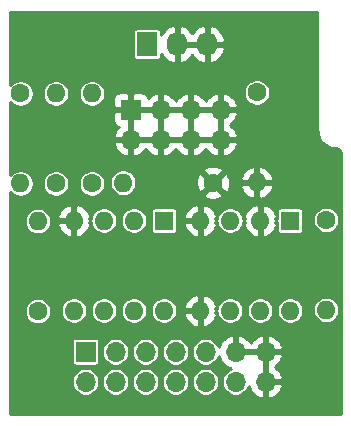
<source format=gbr>
G04 #@! TF.GenerationSoftware,KiCad,Pcbnew,5.1.12-84ad8e8a86~92~ubuntu20.04.1*
G04 #@! TF.CreationDate,2022-05-26T22:04:44-05:00*
G04 #@! TF.ProjectId,sensor_oxigeno,73656e73-6f72-45f6-9f78-6967656e6f2e,rev?*
G04 #@! TF.SameCoordinates,Original*
G04 #@! TF.FileFunction,Copper,L1,Top*
G04 #@! TF.FilePolarity,Positive*
%FSLAX46Y46*%
G04 Gerber Fmt 4.6, Leading zero omitted, Abs format (unit mm)*
G04 Created by KiCad (PCBNEW 5.1.12-84ad8e8a86~92~ubuntu20.04.1) date 2022-05-26 22:04:44*
%MOMM*%
%LPD*%
G01*
G04 APERTURE LIST*
G04 #@! TA.AperFunction,ComponentPad*
%ADD10R,1.600000X1.600000*%
G04 #@! TD*
G04 #@! TA.AperFunction,ComponentPad*
%ADD11O,1.600000X1.600000*%
G04 #@! TD*
G04 #@! TA.AperFunction,ComponentPad*
%ADD12C,1.600000*%
G04 #@! TD*
G04 #@! TA.AperFunction,ComponentPad*
%ADD13R,1.730000X2.030000*%
G04 #@! TD*
G04 #@! TA.AperFunction,ComponentPad*
%ADD14O,1.730000X2.030000*%
G04 #@! TD*
G04 #@! TA.AperFunction,ComponentPad*
%ADD15R,1.700000X1.700000*%
G04 #@! TD*
G04 #@! TA.AperFunction,ComponentPad*
%ADD16O,1.700000X1.700000*%
G04 #@! TD*
G04 #@! TA.AperFunction,Conductor*
%ADD17C,0.254000*%
G04 #@! TD*
G04 #@! TA.AperFunction,Conductor*
%ADD18C,0.100000*%
G04 #@! TD*
G04 APERTURE END LIST*
D10*
X122656600Y-42697400D03*
D11*
X115036600Y-50317400D03*
X120116600Y-42697400D03*
X117576600Y-50317400D03*
X117576600Y-42697400D03*
X120116600Y-50317400D03*
X115036600Y-42697400D03*
X122656600Y-50317400D03*
X125704600Y-50266600D03*
D12*
X125704600Y-42646600D03*
D13*
X110540800Y-27762200D03*
D14*
X113080800Y-27762200D03*
X115620800Y-27762200D03*
D15*
X105333800Y-53797200D03*
D16*
X105333800Y-56337200D03*
X107873800Y-53797200D03*
X107873800Y-56337200D03*
X110413800Y-53797200D03*
X110413800Y-56337200D03*
X112953800Y-53797200D03*
X112953800Y-56337200D03*
X115493800Y-53797200D03*
X115493800Y-56337200D03*
X118033800Y-53797200D03*
X118033800Y-56337200D03*
X120573800Y-53797200D03*
X120573800Y-56337200D03*
D15*
X109143800Y-33299400D03*
D16*
X109143800Y-35839400D03*
X111683800Y-33299400D03*
X111683800Y-35839400D03*
X114223800Y-33299400D03*
X114223800Y-35839400D03*
X116763800Y-33299400D03*
X116763800Y-35839400D03*
D12*
X99822000Y-31927800D03*
D11*
X99822000Y-39547800D03*
X119837200Y-39471600D03*
D12*
X119837200Y-31851600D03*
X105867200Y-39547800D03*
D11*
X105867200Y-31927800D03*
D12*
X102819200Y-39547800D03*
D11*
X102819200Y-31927800D03*
X108508800Y-39497000D03*
D12*
X116128800Y-39497000D03*
X101295200Y-50368200D03*
D11*
X101295200Y-42748200D03*
X111963200Y-50317400D03*
X104343200Y-42697400D03*
X109423200Y-50317400D03*
X106883200Y-42697400D03*
X106883200Y-50317400D03*
X109423200Y-42697400D03*
X104343200Y-50317400D03*
D10*
X111963200Y-42697400D03*
D17*
X124973001Y-35103423D02*
X124975030Y-35124025D01*
X124974987Y-35130214D01*
X124975637Y-35136842D01*
X124996038Y-35330939D01*
X125004734Y-35373303D01*
X125012832Y-35415755D01*
X125014756Y-35422126D01*
X125014757Y-35422132D01*
X125014759Y-35422138D01*
X125072469Y-35608568D01*
X125089220Y-35648418D01*
X125105417Y-35688508D01*
X125108542Y-35694384D01*
X125108544Y-35694389D01*
X125108547Y-35694393D01*
X125201369Y-35866065D01*
X125225564Y-35901936D01*
X125249218Y-35938084D01*
X125253420Y-35943236D01*
X125253426Y-35943244D01*
X125253433Y-35943251D01*
X125377832Y-36093623D01*
X125408498Y-36124076D01*
X125438756Y-36154975D01*
X125443882Y-36159214D01*
X125443888Y-36159220D01*
X125443895Y-36159224D01*
X125595130Y-36282569D01*
X125631133Y-36306489D01*
X125666812Y-36330920D01*
X125672666Y-36334084D01*
X125672670Y-36334087D01*
X125672674Y-36334089D01*
X125844993Y-36425712D01*
X125884972Y-36442190D01*
X125924700Y-36459218D01*
X125931056Y-36461185D01*
X125931063Y-36461188D01*
X125931070Y-36461189D01*
X126117898Y-36517597D01*
X126160337Y-36526000D01*
X126202595Y-36534983D01*
X126209212Y-36535677D01*
X126209220Y-36535679D01*
X126209228Y-36535679D01*
X126403452Y-36554723D01*
X126551139Y-36569204D01*
X126648432Y-36598579D01*
X126738159Y-36646287D01*
X126816911Y-36710517D01*
X126881690Y-36788820D01*
X126930026Y-36878216D01*
X126960077Y-36975296D01*
X126973000Y-37098248D01*
X126973001Y-59103000D01*
X98927000Y-59103000D01*
X98927000Y-56221276D01*
X104156800Y-56221276D01*
X104156800Y-56453124D01*
X104202031Y-56680518D01*
X104290756Y-56894719D01*
X104419564Y-57087494D01*
X104583506Y-57251436D01*
X104776281Y-57380244D01*
X104990482Y-57468969D01*
X105217876Y-57514200D01*
X105449724Y-57514200D01*
X105677118Y-57468969D01*
X105891319Y-57380244D01*
X106084094Y-57251436D01*
X106248036Y-57087494D01*
X106376844Y-56894719D01*
X106465569Y-56680518D01*
X106510800Y-56453124D01*
X106510800Y-56221276D01*
X106696800Y-56221276D01*
X106696800Y-56453124D01*
X106742031Y-56680518D01*
X106830756Y-56894719D01*
X106959564Y-57087494D01*
X107123506Y-57251436D01*
X107316281Y-57380244D01*
X107530482Y-57468969D01*
X107757876Y-57514200D01*
X107989724Y-57514200D01*
X108217118Y-57468969D01*
X108431319Y-57380244D01*
X108624094Y-57251436D01*
X108788036Y-57087494D01*
X108916844Y-56894719D01*
X109005569Y-56680518D01*
X109050800Y-56453124D01*
X109050800Y-56221276D01*
X109236800Y-56221276D01*
X109236800Y-56453124D01*
X109282031Y-56680518D01*
X109370756Y-56894719D01*
X109499564Y-57087494D01*
X109663506Y-57251436D01*
X109856281Y-57380244D01*
X110070482Y-57468969D01*
X110297876Y-57514200D01*
X110529724Y-57514200D01*
X110757118Y-57468969D01*
X110971319Y-57380244D01*
X111164094Y-57251436D01*
X111328036Y-57087494D01*
X111456844Y-56894719D01*
X111545569Y-56680518D01*
X111590800Y-56453124D01*
X111590800Y-56221276D01*
X111776800Y-56221276D01*
X111776800Y-56453124D01*
X111822031Y-56680518D01*
X111910756Y-56894719D01*
X112039564Y-57087494D01*
X112203506Y-57251436D01*
X112396281Y-57380244D01*
X112610482Y-57468969D01*
X112837876Y-57514200D01*
X113069724Y-57514200D01*
X113297118Y-57468969D01*
X113511319Y-57380244D01*
X113704094Y-57251436D01*
X113868036Y-57087494D01*
X113996844Y-56894719D01*
X114085569Y-56680518D01*
X114130800Y-56453124D01*
X114130800Y-56221276D01*
X114316800Y-56221276D01*
X114316800Y-56453124D01*
X114362031Y-56680518D01*
X114450756Y-56894719D01*
X114579564Y-57087494D01*
X114743506Y-57251436D01*
X114936281Y-57380244D01*
X115150482Y-57468969D01*
X115377876Y-57514200D01*
X115609724Y-57514200D01*
X115837118Y-57468969D01*
X116051319Y-57380244D01*
X116244094Y-57251436D01*
X116408036Y-57087494D01*
X116536844Y-56894719D01*
X116625569Y-56680518D01*
X116670800Y-56453124D01*
X116670800Y-56221276D01*
X116625569Y-55993882D01*
X116536844Y-55779681D01*
X116408036Y-55586906D01*
X116244094Y-55422964D01*
X116051319Y-55294156D01*
X115837118Y-55205431D01*
X115609724Y-55160200D01*
X115377876Y-55160200D01*
X115150482Y-55205431D01*
X114936281Y-55294156D01*
X114743506Y-55422964D01*
X114579564Y-55586906D01*
X114450756Y-55779681D01*
X114362031Y-55993882D01*
X114316800Y-56221276D01*
X114130800Y-56221276D01*
X114085569Y-55993882D01*
X113996844Y-55779681D01*
X113868036Y-55586906D01*
X113704094Y-55422964D01*
X113511319Y-55294156D01*
X113297118Y-55205431D01*
X113069724Y-55160200D01*
X112837876Y-55160200D01*
X112610482Y-55205431D01*
X112396281Y-55294156D01*
X112203506Y-55422964D01*
X112039564Y-55586906D01*
X111910756Y-55779681D01*
X111822031Y-55993882D01*
X111776800Y-56221276D01*
X111590800Y-56221276D01*
X111545569Y-55993882D01*
X111456844Y-55779681D01*
X111328036Y-55586906D01*
X111164094Y-55422964D01*
X110971319Y-55294156D01*
X110757118Y-55205431D01*
X110529724Y-55160200D01*
X110297876Y-55160200D01*
X110070482Y-55205431D01*
X109856281Y-55294156D01*
X109663506Y-55422964D01*
X109499564Y-55586906D01*
X109370756Y-55779681D01*
X109282031Y-55993882D01*
X109236800Y-56221276D01*
X109050800Y-56221276D01*
X109005569Y-55993882D01*
X108916844Y-55779681D01*
X108788036Y-55586906D01*
X108624094Y-55422964D01*
X108431319Y-55294156D01*
X108217118Y-55205431D01*
X107989724Y-55160200D01*
X107757876Y-55160200D01*
X107530482Y-55205431D01*
X107316281Y-55294156D01*
X107123506Y-55422964D01*
X106959564Y-55586906D01*
X106830756Y-55779681D01*
X106742031Y-55993882D01*
X106696800Y-56221276D01*
X106510800Y-56221276D01*
X106465569Y-55993882D01*
X106376844Y-55779681D01*
X106248036Y-55586906D01*
X106084094Y-55422964D01*
X105891319Y-55294156D01*
X105677118Y-55205431D01*
X105449724Y-55160200D01*
X105217876Y-55160200D01*
X104990482Y-55205431D01*
X104776281Y-55294156D01*
X104583506Y-55422964D01*
X104419564Y-55586906D01*
X104290756Y-55779681D01*
X104202031Y-55993882D01*
X104156800Y-56221276D01*
X98927000Y-56221276D01*
X98927000Y-52947200D01*
X104155218Y-52947200D01*
X104155218Y-54647200D01*
X104161532Y-54711303D01*
X104180230Y-54772943D01*
X104210594Y-54829750D01*
X104251457Y-54879543D01*
X104301250Y-54920406D01*
X104358057Y-54950770D01*
X104419697Y-54969468D01*
X104483800Y-54975782D01*
X106183800Y-54975782D01*
X106247903Y-54969468D01*
X106309543Y-54950770D01*
X106366350Y-54920406D01*
X106416143Y-54879543D01*
X106457006Y-54829750D01*
X106487370Y-54772943D01*
X106506068Y-54711303D01*
X106512382Y-54647200D01*
X106512382Y-53681276D01*
X106696800Y-53681276D01*
X106696800Y-53913124D01*
X106742031Y-54140518D01*
X106830756Y-54354719D01*
X106959564Y-54547494D01*
X107123506Y-54711436D01*
X107316281Y-54840244D01*
X107530482Y-54928969D01*
X107757876Y-54974200D01*
X107989724Y-54974200D01*
X108217118Y-54928969D01*
X108431319Y-54840244D01*
X108624094Y-54711436D01*
X108788036Y-54547494D01*
X108916844Y-54354719D01*
X109005569Y-54140518D01*
X109050800Y-53913124D01*
X109050800Y-53681276D01*
X109236800Y-53681276D01*
X109236800Y-53913124D01*
X109282031Y-54140518D01*
X109370756Y-54354719D01*
X109499564Y-54547494D01*
X109663506Y-54711436D01*
X109856281Y-54840244D01*
X110070482Y-54928969D01*
X110297876Y-54974200D01*
X110529724Y-54974200D01*
X110757118Y-54928969D01*
X110971319Y-54840244D01*
X111164094Y-54711436D01*
X111328036Y-54547494D01*
X111456844Y-54354719D01*
X111545569Y-54140518D01*
X111590800Y-53913124D01*
X111590800Y-53681276D01*
X111776800Y-53681276D01*
X111776800Y-53913124D01*
X111822031Y-54140518D01*
X111910756Y-54354719D01*
X112039564Y-54547494D01*
X112203506Y-54711436D01*
X112396281Y-54840244D01*
X112610482Y-54928969D01*
X112837876Y-54974200D01*
X113069724Y-54974200D01*
X113297118Y-54928969D01*
X113511319Y-54840244D01*
X113704094Y-54711436D01*
X113868036Y-54547494D01*
X113996844Y-54354719D01*
X114085569Y-54140518D01*
X114130800Y-53913124D01*
X114130800Y-53681276D01*
X114316800Y-53681276D01*
X114316800Y-53913124D01*
X114362031Y-54140518D01*
X114450756Y-54354719D01*
X114579564Y-54547494D01*
X114743506Y-54711436D01*
X114936281Y-54840244D01*
X115150482Y-54928969D01*
X115377876Y-54974200D01*
X115609724Y-54974200D01*
X115837118Y-54928969D01*
X116051319Y-54840244D01*
X116244094Y-54711436D01*
X116408036Y-54547494D01*
X116536844Y-54354719D01*
X116605064Y-54190021D01*
X116689643Y-54428452D01*
X116838622Y-54678555D01*
X117033531Y-54894788D01*
X117266880Y-55068841D01*
X117529701Y-55194025D01*
X117638412Y-55226999D01*
X117476281Y-55294156D01*
X117283506Y-55422964D01*
X117119564Y-55586906D01*
X116990756Y-55779681D01*
X116902031Y-55993882D01*
X116856800Y-56221276D01*
X116856800Y-56453124D01*
X116902031Y-56680518D01*
X116990756Y-56894719D01*
X117119564Y-57087494D01*
X117283506Y-57251436D01*
X117476281Y-57380244D01*
X117690482Y-57468969D01*
X117917876Y-57514200D01*
X118149724Y-57514200D01*
X118377118Y-57468969D01*
X118591319Y-57380244D01*
X118784094Y-57251436D01*
X118948036Y-57087494D01*
X119076844Y-56894719D01*
X119145064Y-56730021D01*
X119229643Y-56968452D01*
X119378622Y-57218555D01*
X119573531Y-57434788D01*
X119806880Y-57608841D01*
X120069701Y-57734025D01*
X120216910Y-57778676D01*
X120446800Y-57657355D01*
X120446800Y-56464200D01*
X120700800Y-56464200D01*
X120700800Y-57657355D01*
X120930690Y-57778676D01*
X121077899Y-57734025D01*
X121340720Y-57608841D01*
X121574069Y-57434788D01*
X121768978Y-57218555D01*
X121917957Y-56968452D01*
X122015281Y-56694091D01*
X121894614Y-56464200D01*
X120700800Y-56464200D01*
X120446800Y-56464200D01*
X120426800Y-56464200D01*
X120426800Y-56210200D01*
X120446800Y-56210200D01*
X120446800Y-53924200D01*
X120700800Y-53924200D01*
X120700800Y-56210200D01*
X121894614Y-56210200D01*
X122015281Y-55980309D01*
X121917957Y-55705948D01*
X121768978Y-55455845D01*
X121574069Y-55239612D01*
X121342920Y-55067200D01*
X121574069Y-54894788D01*
X121768978Y-54678555D01*
X121917957Y-54428452D01*
X122015281Y-54154091D01*
X121894614Y-53924200D01*
X120700800Y-53924200D01*
X120446800Y-53924200D01*
X118160800Y-53924200D01*
X118160800Y-53944200D01*
X117906800Y-53944200D01*
X117906800Y-53924200D01*
X117886800Y-53924200D01*
X117886800Y-53670200D01*
X117906800Y-53670200D01*
X117906800Y-52477045D01*
X118160800Y-52477045D01*
X118160800Y-53670200D01*
X120446800Y-53670200D01*
X120446800Y-52477045D01*
X120700800Y-52477045D01*
X120700800Y-53670200D01*
X121894614Y-53670200D01*
X122015281Y-53440309D01*
X121917957Y-53165948D01*
X121768978Y-52915845D01*
X121574069Y-52699612D01*
X121340720Y-52525559D01*
X121077899Y-52400375D01*
X120930690Y-52355724D01*
X120700800Y-52477045D01*
X120446800Y-52477045D01*
X120216910Y-52355724D01*
X120069701Y-52400375D01*
X119806880Y-52525559D01*
X119573531Y-52699612D01*
X119378622Y-52915845D01*
X119303800Y-53041455D01*
X119228978Y-52915845D01*
X119034069Y-52699612D01*
X118800720Y-52525559D01*
X118537899Y-52400375D01*
X118390690Y-52355724D01*
X118160800Y-52477045D01*
X117906800Y-52477045D01*
X117676910Y-52355724D01*
X117529701Y-52400375D01*
X117266880Y-52525559D01*
X117033531Y-52699612D01*
X116838622Y-52915845D01*
X116689643Y-53165948D01*
X116605064Y-53404379D01*
X116536844Y-53239681D01*
X116408036Y-53046906D01*
X116244094Y-52882964D01*
X116051319Y-52754156D01*
X115837118Y-52665431D01*
X115609724Y-52620200D01*
X115377876Y-52620200D01*
X115150482Y-52665431D01*
X114936281Y-52754156D01*
X114743506Y-52882964D01*
X114579564Y-53046906D01*
X114450756Y-53239681D01*
X114362031Y-53453882D01*
X114316800Y-53681276D01*
X114130800Y-53681276D01*
X114085569Y-53453882D01*
X113996844Y-53239681D01*
X113868036Y-53046906D01*
X113704094Y-52882964D01*
X113511319Y-52754156D01*
X113297118Y-52665431D01*
X113069724Y-52620200D01*
X112837876Y-52620200D01*
X112610482Y-52665431D01*
X112396281Y-52754156D01*
X112203506Y-52882964D01*
X112039564Y-53046906D01*
X111910756Y-53239681D01*
X111822031Y-53453882D01*
X111776800Y-53681276D01*
X111590800Y-53681276D01*
X111545569Y-53453882D01*
X111456844Y-53239681D01*
X111328036Y-53046906D01*
X111164094Y-52882964D01*
X110971319Y-52754156D01*
X110757118Y-52665431D01*
X110529724Y-52620200D01*
X110297876Y-52620200D01*
X110070482Y-52665431D01*
X109856281Y-52754156D01*
X109663506Y-52882964D01*
X109499564Y-53046906D01*
X109370756Y-53239681D01*
X109282031Y-53453882D01*
X109236800Y-53681276D01*
X109050800Y-53681276D01*
X109005569Y-53453882D01*
X108916844Y-53239681D01*
X108788036Y-53046906D01*
X108624094Y-52882964D01*
X108431319Y-52754156D01*
X108217118Y-52665431D01*
X107989724Y-52620200D01*
X107757876Y-52620200D01*
X107530482Y-52665431D01*
X107316281Y-52754156D01*
X107123506Y-52882964D01*
X106959564Y-53046906D01*
X106830756Y-53239681D01*
X106742031Y-53453882D01*
X106696800Y-53681276D01*
X106512382Y-53681276D01*
X106512382Y-52947200D01*
X106506068Y-52883097D01*
X106487370Y-52821457D01*
X106457006Y-52764650D01*
X106416143Y-52714857D01*
X106366350Y-52673994D01*
X106309543Y-52643630D01*
X106247903Y-52624932D01*
X106183800Y-52618618D01*
X104483800Y-52618618D01*
X104419697Y-52624932D01*
X104358057Y-52643630D01*
X104301250Y-52673994D01*
X104251457Y-52714857D01*
X104210594Y-52764650D01*
X104180230Y-52821457D01*
X104161532Y-52883097D01*
X104155218Y-52947200D01*
X98927000Y-52947200D01*
X98927000Y-50257200D01*
X100168200Y-50257200D01*
X100168200Y-50479200D01*
X100211510Y-50696934D01*
X100296466Y-50902035D01*
X100419802Y-51086621D01*
X100576779Y-51243598D01*
X100761365Y-51366934D01*
X100966466Y-51451890D01*
X101184200Y-51495200D01*
X101406200Y-51495200D01*
X101623934Y-51451890D01*
X101829035Y-51366934D01*
X102013621Y-51243598D01*
X102170598Y-51086621D01*
X102293934Y-50902035D01*
X102378890Y-50696934D01*
X102422200Y-50479200D01*
X102422200Y-50257200D01*
X102412096Y-50206400D01*
X103216200Y-50206400D01*
X103216200Y-50428400D01*
X103259510Y-50646134D01*
X103344466Y-50851235D01*
X103467802Y-51035821D01*
X103624779Y-51192798D01*
X103809365Y-51316134D01*
X104014466Y-51401090D01*
X104232200Y-51444400D01*
X104454200Y-51444400D01*
X104671934Y-51401090D01*
X104877035Y-51316134D01*
X105061621Y-51192798D01*
X105218598Y-51035821D01*
X105341934Y-50851235D01*
X105426890Y-50646134D01*
X105470200Y-50428400D01*
X105470200Y-50206400D01*
X105756200Y-50206400D01*
X105756200Y-50428400D01*
X105799510Y-50646134D01*
X105884466Y-50851235D01*
X106007802Y-51035821D01*
X106164779Y-51192798D01*
X106349365Y-51316134D01*
X106554466Y-51401090D01*
X106772200Y-51444400D01*
X106994200Y-51444400D01*
X107211934Y-51401090D01*
X107417035Y-51316134D01*
X107601621Y-51192798D01*
X107758598Y-51035821D01*
X107881934Y-50851235D01*
X107966890Y-50646134D01*
X108010200Y-50428400D01*
X108010200Y-50206400D01*
X108296200Y-50206400D01*
X108296200Y-50428400D01*
X108339510Y-50646134D01*
X108424466Y-50851235D01*
X108547802Y-51035821D01*
X108704779Y-51192798D01*
X108889365Y-51316134D01*
X109094466Y-51401090D01*
X109312200Y-51444400D01*
X109534200Y-51444400D01*
X109751934Y-51401090D01*
X109957035Y-51316134D01*
X110141621Y-51192798D01*
X110298598Y-51035821D01*
X110421934Y-50851235D01*
X110506890Y-50646134D01*
X110550200Y-50428400D01*
X110550200Y-50206400D01*
X110836200Y-50206400D01*
X110836200Y-50428400D01*
X110879510Y-50646134D01*
X110964466Y-50851235D01*
X111087802Y-51035821D01*
X111244779Y-51192798D01*
X111429365Y-51316134D01*
X111634466Y-51401090D01*
X111852200Y-51444400D01*
X112074200Y-51444400D01*
X112291934Y-51401090D01*
X112497035Y-51316134D01*
X112681621Y-51192798D01*
X112838598Y-51035821D01*
X112961934Y-50851235D01*
X113038478Y-50666440D01*
X113644691Y-50666440D01*
X113739530Y-50931281D01*
X113884215Y-51172531D01*
X114073186Y-51380919D01*
X114299180Y-51548437D01*
X114553513Y-51668646D01*
X114687561Y-51709304D01*
X114909600Y-51587315D01*
X114909600Y-50444400D01*
X113765976Y-50444400D01*
X113644691Y-50666440D01*
X113038478Y-50666440D01*
X113046890Y-50646134D01*
X113090200Y-50428400D01*
X113090200Y-50206400D01*
X113046890Y-49988666D01*
X113038479Y-49968360D01*
X113644691Y-49968360D01*
X113765976Y-50190400D01*
X114909600Y-50190400D01*
X114909600Y-49047485D01*
X115163600Y-49047485D01*
X115163600Y-50190400D01*
X115183600Y-50190400D01*
X115183600Y-50444400D01*
X115163600Y-50444400D01*
X115163600Y-51587315D01*
X115385639Y-51709304D01*
X115519687Y-51668646D01*
X115774020Y-51548437D01*
X116000014Y-51380919D01*
X116188985Y-51172531D01*
X116333670Y-50931281D01*
X116428509Y-50666440D01*
X116307225Y-50444402D01*
X116452783Y-50444402D01*
X116492910Y-50646134D01*
X116577866Y-50851235D01*
X116701202Y-51035821D01*
X116858179Y-51192798D01*
X117042765Y-51316134D01*
X117247866Y-51401090D01*
X117465600Y-51444400D01*
X117687600Y-51444400D01*
X117905334Y-51401090D01*
X118110435Y-51316134D01*
X118295021Y-51192798D01*
X118451998Y-51035821D01*
X118575334Y-50851235D01*
X118660290Y-50646134D01*
X118703600Y-50428400D01*
X118703600Y-50206400D01*
X118989600Y-50206400D01*
X118989600Y-50428400D01*
X119032910Y-50646134D01*
X119117866Y-50851235D01*
X119241202Y-51035821D01*
X119398179Y-51192798D01*
X119582765Y-51316134D01*
X119787866Y-51401090D01*
X120005600Y-51444400D01*
X120227600Y-51444400D01*
X120445334Y-51401090D01*
X120650435Y-51316134D01*
X120835021Y-51192798D01*
X120991998Y-51035821D01*
X121115334Y-50851235D01*
X121200290Y-50646134D01*
X121243600Y-50428400D01*
X121243600Y-50206400D01*
X121529600Y-50206400D01*
X121529600Y-50428400D01*
X121572910Y-50646134D01*
X121657866Y-50851235D01*
X121781202Y-51035821D01*
X121938179Y-51192798D01*
X122122765Y-51316134D01*
X122327866Y-51401090D01*
X122545600Y-51444400D01*
X122767600Y-51444400D01*
X122985334Y-51401090D01*
X123190435Y-51316134D01*
X123375021Y-51192798D01*
X123531998Y-51035821D01*
X123655334Y-50851235D01*
X123740290Y-50646134D01*
X123783600Y-50428400D01*
X123783600Y-50206400D01*
X123773496Y-50155600D01*
X124577600Y-50155600D01*
X124577600Y-50377600D01*
X124620910Y-50595334D01*
X124705866Y-50800435D01*
X124829202Y-50985021D01*
X124986179Y-51141998D01*
X125170765Y-51265334D01*
X125375866Y-51350290D01*
X125593600Y-51393600D01*
X125815600Y-51393600D01*
X126033334Y-51350290D01*
X126238435Y-51265334D01*
X126423021Y-51141998D01*
X126579998Y-50985021D01*
X126703334Y-50800435D01*
X126788290Y-50595334D01*
X126831600Y-50377600D01*
X126831600Y-50155600D01*
X126788290Y-49937866D01*
X126703334Y-49732765D01*
X126579998Y-49548179D01*
X126423021Y-49391202D01*
X126238435Y-49267866D01*
X126033334Y-49182910D01*
X125815600Y-49139600D01*
X125593600Y-49139600D01*
X125375866Y-49182910D01*
X125170765Y-49267866D01*
X124986179Y-49391202D01*
X124829202Y-49548179D01*
X124705866Y-49732765D01*
X124620910Y-49937866D01*
X124577600Y-50155600D01*
X123773496Y-50155600D01*
X123740290Y-49988666D01*
X123655334Y-49783565D01*
X123531998Y-49598979D01*
X123375021Y-49442002D01*
X123190435Y-49318666D01*
X122985334Y-49233710D01*
X122767600Y-49190400D01*
X122545600Y-49190400D01*
X122327866Y-49233710D01*
X122122765Y-49318666D01*
X121938179Y-49442002D01*
X121781202Y-49598979D01*
X121657866Y-49783565D01*
X121572910Y-49988666D01*
X121529600Y-50206400D01*
X121243600Y-50206400D01*
X121200290Y-49988666D01*
X121115334Y-49783565D01*
X120991998Y-49598979D01*
X120835021Y-49442002D01*
X120650435Y-49318666D01*
X120445334Y-49233710D01*
X120227600Y-49190400D01*
X120005600Y-49190400D01*
X119787866Y-49233710D01*
X119582765Y-49318666D01*
X119398179Y-49442002D01*
X119241202Y-49598979D01*
X119117866Y-49783565D01*
X119032910Y-49988666D01*
X118989600Y-50206400D01*
X118703600Y-50206400D01*
X118660290Y-49988666D01*
X118575334Y-49783565D01*
X118451998Y-49598979D01*
X118295021Y-49442002D01*
X118110435Y-49318666D01*
X117905334Y-49233710D01*
X117687600Y-49190400D01*
X117465600Y-49190400D01*
X117247866Y-49233710D01*
X117042765Y-49318666D01*
X116858179Y-49442002D01*
X116701202Y-49598979D01*
X116577866Y-49783565D01*
X116492910Y-49988666D01*
X116452783Y-50190398D01*
X116307225Y-50190398D01*
X116428509Y-49968360D01*
X116333670Y-49703519D01*
X116188985Y-49462269D01*
X116000014Y-49253881D01*
X115774020Y-49086363D01*
X115519687Y-48966154D01*
X115385639Y-48925496D01*
X115163600Y-49047485D01*
X114909600Y-49047485D01*
X114687561Y-48925496D01*
X114553513Y-48966154D01*
X114299180Y-49086363D01*
X114073186Y-49253881D01*
X113884215Y-49462269D01*
X113739530Y-49703519D01*
X113644691Y-49968360D01*
X113038479Y-49968360D01*
X112961934Y-49783565D01*
X112838598Y-49598979D01*
X112681621Y-49442002D01*
X112497035Y-49318666D01*
X112291934Y-49233710D01*
X112074200Y-49190400D01*
X111852200Y-49190400D01*
X111634466Y-49233710D01*
X111429365Y-49318666D01*
X111244779Y-49442002D01*
X111087802Y-49598979D01*
X110964466Y-49783565D01*
X110879510Y-49988666D01*
X110836200Y-50206400D01*
X110550200Y-50206400D01*
X110506890Y-49988666D01*
X110421934Y-49783565D01*
X110298598Y-49598979D01*
X110141621Y-49442002D01*
X109957035Y-49318666D01*
X109751934Y-49233710D01*
X109534200Y-49190400D01*
X109312200Y-49190400D01*
X109094466Y-49233710D01*
X108889365Y-49318666D01*
X108704779Y-49442002D01*
X108547802Y-49598979D01*
X108424466Y-49783565D01*
X108339510Y-49988666D01*
X108296200Y-50206400D01*
X108010200Y-50206400D01*
X107966890Y-49988666D01*
X107881934Y-49783565D01*
X107758598Y-49598979D01*
X107601621Y-49442002D01*
X107417035Y-49318666D01*
X107211934Y-49233710D01*
X106994200Y-49190400D01*
X106772200Y-49190400D01*
X106554466Y-49233710D01*
X106349365Y-49318666D01*
X106164779Y-49442002D01*
X106007802Y-49598979D01*
X105884466Y-49783565D01*
X105799510Y-49988666D01*
X105756200Y-50206400D01*
X105470200Y-50206400D01*
X105426890Y-49988666D01*
X105341934Y-49783565D01*
X105218598Y-49598979D01*
X105061621Y-49442002D01*
X104877035Y-49318666D01*
X104671934Y-49233710D01*
X104454200Y-49190400D01*
X104232200Y-49190400D01*
X104014466Y-49233710D01*
X103809365Y-49318666D01*
X103624779Y-49442002D01*
X103467802Y-49598979D01*
X103344466Y-49783565D01*
X103259510Y-49988666D01*
X103216200Y-50206400D01*
X102412096Y-50206400D01*
X102378890Y-50039466D01*
X102293934Y-49834365D01*
X102170598Y-49649779D01*
X102013621Y-49492802D01*
X101829035Y-49369466D01*
X101623934Y-49284510D01*
X101406200Y-49241200D01*
X101184200Y-49241200D01*
X100966466Y-49284510D01*
X100761365Y-49369466D01*
X100576779Y-49492802D01*
X100419802Y-49649779D01*
X100296466Y-49834365D01*
X100211510Y-50039466D01*
X100168200Y-50257200D01*
X98927000Y-50257200D01*
X98927000Y-42637200D01*
X100168200Y-42637200D01*
X100168200Y-42859200D01*
X100211510Y-43076934D01*
X100296466Y-43282035D01*
X100419802Y-43466621D01*
X100576779Y-43623598D01*
X100761365Y-43746934D01*
X100966466Y-43831890D01*
X101184200Y-43875200D01*
X101406200Y-43875200D01*
X101623934Y-43831890D01*
X101829035Y-43746934D01*
X102013621Y-43623598D01*
X102170598Y-43466621D01*
X102293934Y-43282035D01*
X102378890Y-43076934D01*
X102384955Y-43046440D01*
X102951291Y-43046440D01*
X103046130Y-43311281D01*
X103190815Y-43552531D01*
X103379786Y-43760919D01*
X103605780Y-43928437D01*
X103860113Y-44048646D01*
X103994161Y-44089304D01*
X104216200Y-43967315D01*
X104216200Y-42824400D01*
X103072576Y-42824400D01*
X102951291Y-43046440D01*
X102384955Y-43046440D01*
X102422200Y-42859200D01*
X102422200Y-42637200D01*
X102378890Y-42419466D01*
X102349437Y-42348360D01*
X102951291Y-42348360D01*
X103072576Y-42570400D01*
X104216200Y-42570400D01*
X104216200Y-41427485D01*
X104470200Y-41427485D01*
X104470200Y-42570400D01*
X104490200Y-42570400D01*
X104490200Y-42824400D01*
X104470200Y-42824400D01*
X104470200Y-43967315D01*
X104692239Y-44089304D01*
X104826287Y-44048646D01*
X105080620Y-43928437D01*
X105306614Y-43760919D01*
X105495585Y-43552531D01*
X105640270Y-43311281D01*
X105735109Y-43046440D01*
X105613825Y-42824402D01*
X105759383Y-42824402D01*
X105799510Y-43026134D01*
X105884466Y-43231235D01*
X106007802Y-43415821D01*
X106164779Y-43572798D01*
X106349365Y-43696134D01*
X106554466Y-43781090D01*
X106772200Y-43824400D01*
X106994200Y-43824400D01*
X107211934Y-43781090D01*
X107417035Y-43696134D01*
X107601621Y-43572798D01*
X107758598Y-43415821D01*
X107881934Y-43231235D01*
X107966890Y-43026134D01*
X108010200Y-42808400D01*
X108010200Y-42586400D01*
X108296200Y-42586400D01*
X108296200Y-42808400D01*
X108339510Y-43026134D01*
X108424466Y-43231235D01*
X108547802Y-43415821D01*
X108704779Y-43572798D01*
X108889365Y-43696134D01*
X109094466Y-43781090D01*
X109312200Y-43824400D01*
X109534200Y-43824400D01*
X109751934Y-43781090D01*
X109957035Y-43696134D01*
X110141621Y-43572798D01*
X110298598Y-43415821D01*
X110421934Y-43231235D01*
X110506890Y-43026134D01*
X110550200Y-42808400D01*
X110550200Y-42586400D01*
X110506890Y-42368666D01*
X110421934Y-42163565D01*
X110298598Y-41978979D01*
X110217019Y-41897400D01*
X110834618Y-41897400D01*
X110834618Y-43497400D01*
X110840932Y-43561503D01*
X110859630Y-43623143D01*
X110889994Y-43679950D01*
X110930857Y-43729743D01*
X110980650Y-43770606D01*
X111037457Y-43800970D01*
X111099097Y-43819668D01*
X111163200Y-43825982D01*
X112763200Y-43825982D01*
X112827303Y-43819668D01*
X112888943Y-43800970D01*
X112945750Y-43770606D01*
X112995543Y-43729743D01*
X113036406Y-43679950D01*
X113066770Y-43623143D01*
X113085468Y-43561503D01*
X113091782Y-43497400D01*
X113091782Y-43046440D01*
X113644691Y-43046440D01*
X113739530Y-43311281D01*
X113884215Y-43552531D01*
X114073186Y-43760919D01*
X114299180Y-43928437D01*
X114553513Y-44048646D01*
X114687561Y-44089304D01*
X114909600Y-43967315D01*
X114909600Y-42824400D01*
X113765976Y-42824400D01*
X113644691Y-43046440D01*
X113091782Y-43046440D01*
X113091782Y-42348360D01*
X113644691Y-42348360D01*
X113765976Y-42570400D01*
X114909600Y-42570400D01*
X114909600Y-41427485D01*
X115163600Y-41427485D01*
X115163600Y-42570400D01*
X115183600Y-42570400D01*
X115183600Y-42824400D01*
X115163600Y-42824400D01*
X115163600Y-43967315D01*
X115385639Y-44089304D01*
X115519687Y-44048646D01*
X115774020Y-43928437D01*
X116000014Y-43760919D01*
X116188985Y-43552531D01*
X116333670Y-43311281D01*
X116428509Y-43046440D01*
X116307225Y-42824402D01*
X116452783Y-42824402D01*
X116492910Y-43026134D01*
X116577866Y-43231235D01*
X116701202Y-43415821D01*
X116858179Y-43572798D01*
X117042765Y-43696134D01*
X117247866Y-43781090D01*
X117465600Y-43824400D01*
X117687600Y-43824400D01*
X117905334Y-43781090D01*
X118110435Y-43696134D01*
X118295021Y-43572798D01*
X118451998Y-43415821D01*
X118575334Y-43231235D01*
X118660290Y-43026134D01*
X118700417Y-42824402D01*
X118845975Y-42824402D01*
X118724691Y-43046440D01*
X118819530Y-43311281D01*
X118964215Y-43552531D01*
X119153186Y-43760919D01*
X119379180Y-43928437D01*
X119633513Y-44048646D01*
X119767561Y-44089304D01*
X119989600Y-43967315D01*
X119989600Y-42824400D01*
X119969600Y-42824400D01*
X119969600Y-42570400D01*
X119989600Y-42570400D01*
X119989600Y-41427485D01*
X120243600Y-41427485D01*
X120243600Y-42570400D01*
X120263600Y-42570400D01*
X120263600Y-42824400D01*
X120243600Y-42824400D01*
X120243600Y-43967315D01*
X120465639Y-44089304D01*
X120599687Y-44048646D01*
X120854020Y-43928437D01*
X121080014Y-43760919D01*
X121268985Y-43552531D01*
X121413670Y-43311281D01*
X121508509Y-43046440D01*
X121387225Y-42824402D01*
X121528018Y-42824402D01*
X121528018Y-43497400D01*
X121534332Y-43561503D01*
X121553030Y-43623143D01*
X121583394Y-43679950D01*
X121624257Y-43729743D01*
X121674050Y-43770606D01*
X121730857Y-43800970D01*
X121792497Y-43819668D01*
X121856600Y-43825982D01*
X123456600Y-43825982D01*
X123520703Y-43819668D01*
X123582343Y-43800970D01*
X123639150Y-43770606D01*
X123688943Y-43729743D01*
X123729806Y-43679950D01*
X123760170Y-43623143D01*
X123778868Y-43561503D01*
X123785182Y-43497400D01*
X123785182Y-42535600D01*
X124577600Y-42535600D01*
X124577600Y-42757600D01*
X124620910Y-42975334D01*
X124705866Y-43180435D01*
X124829202Y-43365021D01*
X124986179Y-43521998D01*
X125170765Y-43645334D01*
X125375866Y-43730290D01*
X125593600Y-43773600D01*
X125815600Y-43773600D01*
X126033334Y-43730290D01*
X126238435Y-43645334D01*
X126423021Y-43521998D01*
X126579998Y-43365021D01*
X126703334Y-43180435D01*
X126788290Y-42975334D01*
X126831600Y-42757600D01*
X126831600Y-42535600D01*
X126788290Y-42317866D01*
X126703334Y-42112765D01*
X126579998Y-41928179D01*
X126423021Y-41771202D01*
X126238435Y-41647866D01*
X126033334Y-41562910D01*
X125815600Y-41519600D01*
X125593600Y-41519600D01*
X125375866Y-41562910D01*
X125170765Y-41647866D01*
X124986179Y-41771202D01*
X124829202Y-41928179D01*
X124705866Y-42112765D01*
X124620910Y-42317866D01*
X124577600Y-42535600D01*
X123785182Y-42535600D01*
X123785182Y-41897400D01*
X123778868Y-41833297D01*
X123760170Y-41771657D01*
X123729806Y-41714850D01*
X123688943Y-41665057D01*
X123639150Y-41624194D01*
X123582343Y-41593830D01*
X123520703Y-41575132D01*
X123456600Y-41568818D01*
X121856600Y-41568818D01*
X121792497Y-41575132D01*
X121730857Y-41593830D01*
X121674050Y-41624194D01*
X121624257Y-41665057D01*
X121583394Y-41714850D01*
X121553030Y-41771657D01*
X121534332Y-41833297D01*
X121528018Y-41897400D01*
X121528018Y-42570398D01*
X121387225Y-42570398D01*
X121508509Y-42348360D01*
X121413670Y-42083519D01*
X121268985Y-41842269D01*
X121080014Y-41633881D01*
X120854020Y-41466363D01*
X120599687Y-41346154D01*
X120465639Y-41305496D01*
X120243600Y-41427485D01*
X119989600Y-41427485D01*
X119767561Y-41305496D01*
X119633513Y-41346154D01*
X119379180Y-41466363D01*
X119153186Y-41633881D01*
X118964215Y-41842269D01*
X118819530Y-42083519D01*
X118724691Y-42348360D01*
X118845975Y-42570398D01*
X118700417Y-42570398D01*
X118660290Y-42368666D01*
X118575334Y-42163565D01*
X118451998Y-41978979D01*
X118295021Y-41822002D01*
X118110435Y-41698666D01*
X117905334Y-41613710D01*
X117687600Y-41570400D01*
X117465600Y-41570400D01*
X117247866Y-41613710D01*
X117042765Y-41698666D01*
X116858179Y-41822002D01*
X116701202Y-41978979D01*
X116577866Y-42163565D01*
X116492910Y-42368666D01*
X116452783Y-42570398D01*
X116307225Y-42570398D01*
X116428509Y-42348360D01*
X116333670Y-42083519D01*
X116188985Y-41842269D01*
X116000014Y-41633881D01*
X115774020Y-41466363D01*
X115519687Y-41346154D01*
X115385639Y-41305496D01*
X115163600Y-41427485D01*
X114909600Y-41427485D01*
X114687561Y-41305496D01*
X114553513Y-41346154D01*
X114299180Y-41466363D01*
X114073186Y-41633881D01*
X113884215Y-41842269D01*
X113739530Y-42083519D01*
X113644691Y-42348360D01*
X113091782Y-42348360D01*
X113091782Y-41897400D01*
X113085468Y-41833297D01*
X113066770Y-41771657D01*
X113036406Y-41714850D01*
X112995543Y-41665057D01*
X112945750Y-41624194D01*
X112888943Y-41593830D01*
X112827303Y-41575132D01*
X112763200Y-41568818D01*
X111163200Y-41568818D01*
X111099097Y-41575132D01*
X111037457Y-41593830D01*
X110980650Y-41624194D01*
X110930857Y-41665057D01*
X110889994Y-41714850D01*
X110859630Y-41771657D01*
X110840932Y-41833297D01*
X110834618Y-41897400D01*
X110217019Y-41897400D01*
X110141621Y-41822002D01*
X109957035Y-41698666D01*
X109751934Y-41613710D01*
X109534200Y-41570400D01*
X109312200Y-41570400D01*
X109094466Y-41613710D01*
X108889365Y-41698666D01*
X108704779Y-41822002D01*
X108547802Y-41978979D01*
X108424466Y-42163565D01*
X108339510Y-42368666D01*
X108296200Y-42586400D01*
X108010200Y-42586400D01*
X107966890Y-42368666D01*
X107881934Y-42163565D01*
X107758598Y-41978979D01*
X107601621Y-41822002D01*
X107417035Y-41698666D01*
X107211934Y-41613710D01*
X106994200Y-41570400D01*
X106772200Y-41570400D01*
X106554466Y-41613710D01*
X106349365Y-41698666D01*
X106164779Y-41822002D01*
X106007802Y-41978979D01*
X105884466Y-42163565D01*
X105799510Y-42368666D01*
X105759383Y-42570398D01*
X105613825Y-42570398D01*
X105735109Y-42348360D01*
X105640270Y-42083519D01*
X105495585Y-41842269D01*
X105306614Y-41633881D01*
X105080620Y-41466363D01*
X104826287Y-41346154D01*
X104692239Y-41305496D01*
X104470200Y-41427485D01*
X104216200Y-41427485D01*
X103994161Y-41305496D01*
X103860113Y-41346154D01*
X103605780Y-41466363D01*
X103379786Y-41633881D01*
X103190815Y-41842269D01*
X103046130Y-42083519D01*
X102951291Y-42348360D01*
X102349437Y-42348360D01*
X102293934Y-42214365D01*
X102170598Y-42029779D01*
X102013621Y-41872802D01*
X101829035Y-41749466D01*
X101623934Y-41664510D01*
X101406200Y-41621200D01*
X101184200Y-41621200D01*
X100966466Y-41664510D01*
X100761365Y-41749466D01*
X100576779Y-41872802D01*
X100419802Y-42029779D01*
X100296466Y-42214365D01*
X100211510Y-42419466D01*
X100168200Y-42637200D01*
X98927000Y-42637200D01*
X98927000Y-40236884D01*
X98946602Y-40266221D01*
X99103579Y-40423198D01*
X99288165Y-40546534D01*
X99493266Y-40631490D01*
X99711000Y-40674800D01*
X99933000Y-40674800D01*
X100150734Y-40631490D01*
X100355835Y-40546534D01*
X100540421Y-40423198D01*
X100697398Y-40266221D01*
X100820734Y-40081635D01*
X100905690Y-39876534D01*
X100949000Y-39658800D01*
X100949000Y-39436800D01*
X101692200Y-39436800D01*
X101692200Y-39658800D01*
X101735510Y-39876534D01*
X101820466Y-40081635D01*
X101943802Y-40266221D01*
X102100779Y-40423198D01*
X102285365Y-40546534D01*
X102490466Y-40631490D01*
X102708200Y-40674800D01*
X102930200Y-40674800D01*
X103147934Y-40631490D01*
X103353035Y-40546534D01*
X103537621Y-40423198D01*
X103694598Y-40266221D01*
X103817934Y-40081635D01*
X103902890Y-39876534D01*
X103946200Y-39658800D01*
X103946200Y-39436800D01*
X104740200Y-39436800D01*
X104740200Y-39658800D01*
X104783510Y-39876534D01*
X104868466Y-40081635D01*
X104991802Y-40266221D01*
X105148779Y-40423198D01*
X105333365Y-40546534D01*
X105538466Y-40631490D01*
X105756200Y-40674800D01*
X105978200Y-40674800D01*
X106195934Y-40631490D01*
X106401035Y-40546534D01*
X106585621Y-40423198D01*
X106742598Y-40266221D01*
X106865934Y-40081635D01*
X106950890Y-39876534D01*
X106994200Y-39658800D01*
X106994200Y-39436800D01*
X106984096Y-39386000D01*
X107381800Y-39386000D01*
X107381800Y-39608000D01*
X107425110Y-39825734D01*
X107510066Y-40030835D01*
X107633402Y-40215421D01*
X107790379Y-40372398D01*
X107974965Y-40495734D01*
X108180066Y-40580690D01*
X108397800Y-40624000D01*
X108619800Y-40624000D01*
X108837534Y-40580690D01*
X109042635Y-40495734D01*
X109051662Y-40489702D01*
X115315703Y-40489702D01*
X115387286Y-40733671D01*
X115642796Y-40854571D01*
X115916984Y-40923300D01*
X116199312Y-40937217D01*
X116478930Y-40895787D01*
X116745092Y-40800603D01*
X116870314Y-40733671D01*
X116941897Y-40489702D01*
X116128800Y-39676605D01*
X115315703Y-40489702D01*
X109051662Y-40489702D01*
X109227221Y-40372398D01*
X109384198Y-40215421D01*
X109507534Y-40030835D01*
X109592490Y-39825734D01*
X109635800Y-39608000D01*
X109635800Y-39567512D01*
X114688583Y-39567512D01*
X114730013Y-39847130D01*
X114825197Y-40113292D01*
X114892129Y-40238514D01*
X115136098Y-40310097D01*
X115949195Y-39497000D01*
X116308405Y-39497000D01*
X117121502Y-40310097D01*
X117365471Y-40238514D01*
X117486371Y-39983004D01*
X117527069Y-39820640D01*
X118445291Y-39820640D01*
X118540130Y-40085481D01*
X118684815Y-40326731D01*
X118873786Y-40535119D01*
X119099780Y-40702637D01*
X119354113Y-40822846D01*
X119488161Y-40863504D01*
X119710200Y-40741515D01*
X119710200Y-39598600D01*
X119964200Y-39598600D01*
X119964200Y-40741515D01*
X120186239Y-40863504D01*
X120320287Y-40822846D01*
X120574620Y-40702637D01*
X120800614Y-40535119D01*
X120989585Y-40326731D01*
X121134270Y-40085481D01*
X121229109Y-39820640D01*
X121107824Y-39598600D01*
X119964200Y-39598600D01*
X119710200Y-39598600D01*
X118566576Y-39598600D01*
X118445291Y-39820640D01*
X117527069Y-39820640D01*
X117555100Y-39708816D01*
X117569017Y-39426488D01*
X117527587Y-39146870D01*
X117518894Y-39122560D01*
X118445291Y-39122560D01*
X118566576Y-39344600D01*
X119710200Y-39344600D01*
X119710200Y-38201685D01*
X119964200Y-38201685D01*
X119964200Y-39344600D01*
X121107824Y-39344600D01*
X121229109Y-39122560D01*
X121134270Y-38857719D01*
X120989585Y-38616469D01*
X120800614Y-38408081D01*
X120574620Y-38240563D01*
X120320287Y-38120354D01*
X120186239Y-38079696D01*
X119964200Y-38201685D01*
X119710200Y-38201685D01*
X119488161Y-38079696D01*
X119354113Y-38120354D01*
X119099780Y-38240563D01*
X118873786Y-38408081D01*
X118684815Y-38616469D01*
X118540130Y-38857719D01*
X118445291Y-39122560D01*
X117518894Y-39122560D01*
X117432403Y-38880708D01*
X117365471Y-38755486D01*
X117121502Y-38683903D01*
X116308405Y-39497000D01*
X115949195Y-39497000D01*
X115136098Y-38683903D01*
X114892129Y-38755486D01*
X114771229Y-39010996D01*
X114702500Y-39285184D01*
X114688583Y-39567512D01*
X109635800Y-39567512D01*
X109635800Y-39386000D01*
X109592490Y-39168266D01*
X109507534Y-38963165D01*
X109384198Y-38778579D01*
X109227221Y-38621602D01*
X109051663Y-38504298D01*
X115315703Y-38504298D01*
X116128800Y-39317395D01*
X116941897Y-38504298D01*
X116870314Y-38260329D01*
X116614804Y-38139429D01*
X116340616Y-38070700D01*
X116058288Y-38056783D01*
X115778670Y-38098213D01*
X115512508Y-38193397D01*
X115387286Y-38260329D01*
X115315703Y-38504298D01*
X109051663Y-38504298D01*
X109042635Y-38498266D01*
X108837534Y-38413310D01*
X108619800Y-38370000D01*
X108397800Y-38370000D01*
X108180066Y-38413310D01*
X107974965Y-38498266D01*
X107790379Y-38621602D01*
X107633402Y-38778579D01*
X107510066Y-38963165D01*
X107425110Y-39168266D01*
X107381800Y-39386000D01*
X106984096Y-39386000D01*
X106950890Y-39219066D01*
X106865934Y-39013965D01*
X106742598Y-38829379D01*
X106585621Y-38672402D01*
X106401035Y-38549066D01*
X106195934Y-38464110D01*
X105978200Y-38420800D01*
X105756200Y-38420800D01*
X105538466Y-38464110D01*
X105333365Y-38549066D01*
X105148779Y-38672402D01*
X104991802Y-38829379D01*
X104868466Y-39013965D01*
X104783510Y-39219066D01*
X104740200Y-39436800D01*
X103946200Y-39436800D01*
X103902890Y-39219066D01*
X103817934Y-39013965D01*
X103694598Y-38829379D01*
X103537621Y-38672402D01*
X103353035Y-38549066D01*
X103147934Y-38464110D01*
X102930200Y-38420800D01*
X102708200Y-38420800D01*
X102490466Y-38464110D01*
X102285365Y-38549066D01*
X102100779Y-38672402D01*
X101943802Y-38829379D01*
X101820466Y-39013965D01*
X101735510Y-39219066D01*
X101692200Y-39436800D01*
X100949000Y-39436800D01*
X100905690Y-39219066D01*
X100820734Y-39013965D01*
X100697398Y-38829379D01*
X100540421Y-38672402D01*
X100355835Y-38549066D01*
X100150734Y-38464110D01*
X99933000Y-38420800D01*
X99711000Y-38420800D01*
X99493266Y-38464110D01*
X99288165Y-38549066D01*
X99103579Y-38672402D01*
X98946602Y-38829379D01*
X98927000Y-38858716D01*
X98927000Y-36196291D01*
X107702319Y-36196291D01*
X107799643Y-36470652D01*
X107948622Y-36720755D01*
X108143531Y-36936988D01*
X108376880Y-37111041D01*
X108639701Y-37236225D01*
X108786910Y-37280876D01*
X109016800Y-37159555D01*
X109016800Y-35966400D01*
X109270800Y-35966400D01*
X109270800Y-37159555D01*
X109500690Y-37280876D01*
X109647899Y-37236225D01*
X109910720Y-37111041D01*
X110144069Y-36936988D01*
X110338978Y-36720755D01*
X110413800Y-36595145D01*
X110488622Y-36720755D01*
X110683531Y-36936988D01*
X110916880Y-37111041D01*
X111179701Y-37236225D01*
X111326910Y-37280876D01*
X111556800Y-37159555D01*
X111556800Y-35966400D01*
X111810800Y-35966400D01*
X111810800Y-37159555D01*
X112040690Y-37280876D01*
X112187899Y-37236225D01*
X112450720Y-37111041D01*
X112684069Y-36936988D01*
X112878978Y-36720755D01*
X112953800Y-36595145D01*
X113028622Y-36720755D01*
X113223531Y-36936988D01*
X113456880Y-37111041D01*
X113719701Y-37236225D01*
X113866910Y-37280876D01*
X114096800Y-37159555D01*
X114096800Y-35966400D01*
X114350800Y-35966400D01*
X114350800Y-37159555D01*
X114580690Y-37280876D01*
X114727899Y-37236225D01*
X114990720Y-37111041D01*
X115224069Y-36936988D01*
X115418978Y-36720755D01*
X115493800Y-36595145D01*
X115568622Y-36720755D01*
X115763531Y-36936988D01*
X115996880Y-37111041D01*
X116259701Y-37236225D01*
X116406910Y-37280876D01*
X116636800Y-37159555D01*
X116636800Y-35966400D01*
X116890800Y-35966400D01*
X116890800Y-37159555D01*
X117120690Y-37280876D01*
X117267899Y-37236225D01*
X117530720Y-37111041D01*
X117764069Y-36936988D01*
X117958978Y-36720755D01*
X118107957Y-36470652D01*
X118205281Y-36196291D01*
X118084614Y-35966400D01*
X116890800Y-35966400D01*
X116636800Y-35966400D01*
X114350800Y-35966400D01*
X114096800Y-35966400D01*
X111810800Y-35966400D01*
X111556800Y-35966400D01*
X109270800Y-35966400D01*
X109016800Y-35966400D01*
X107822986Y-35966400D01*
X107702319Y-36196291D01*
X98927000Y-36196291D01*
X98927000Y-34149400D01*
X107655728Y-34149400D01*
X107667988Y-34273882D01*
X107704298Y-34393580D01*
X107763263Y-34503894D01*
X107842615Y-34600585D01*
X107939306Y-34679937D01*
X108049620Y-34738902D01*
X108125426Y-34761898D01*
X107948622Y-34958045D01*
X107799643Y-35208148D01*
X107702319Y-35482509D01*
X107822986Y-35712400D01*
X109016800Y-35712400D01*
X109016800Y-33426400D01*
X109270800Y-33426400D01*
X109270800Y-35712400D01*
X111556800Y-35712400D01*
X111556800Y-33426400D01*
X111810800Y-33426400D01*
X111810800Y-35712400D01*
X114096800Y-35712400D01*
X114096800Y-33426400D01*
X114350800Y-33426400D01*
X114350800Y-35712400D01*
X116636800Y-35712400D01*
X116636800Y-33426400D01*
X116890800Y-33426400D01*
X116890800Y-35712400D01*
X118084614Y-35712400D01*
X118205281Y-35482509D01*
X118107957Y-35208148D01*
X117958978Y-34958045D01*
X117764069Y-34741812D01*
X117532920Y-34569400D01*
X117764069Y-34396988D01*
X117958978Y-34180755D01*
X118107957Y-33930652D01*
X118205281Y-33656291D01*
X118084614Y-33426400D01*
X116890800Y-33426400D01*
X116636800Y-33426400D01*
X114350800Y-33426400D01*
X114096800Y-33426400D01*
X111810800Y-33426400D01*
X111556800Y-33426400D01*
X109270800Y-33426400D01*
X109016800Y-33426400D01*
X107817550Y-33426400D01*
X107658800Y-33585150D01*
X107655728Y-34149400D01*
X98927000Y-34149400D01*
X98927000Y-32616884D01*
X98946602Y-32646221D01*
X99103579Y-32803198D01*
X99288165Y-32926534D01*
X99493266Y-33011490D01*
X99711000Y-33054800D01*
X99933000Y-33054800D01*
X100150734Y-33011490D01*
X100355835Y-32926534D01*
X100540421Y-32803198D01*
X100697398Y-32646221D01*
X100820734Y-32461635D01*
X100905690Y-32256534D01*
X100949000Y-32038800D01*
X100949000Y-31816800D01*
X101692200Y-31816800D01*
X101692200Y-32038800D01*
X101735510Y-32256534D01*
X101820466Y-32461635D01*
X101943802Y-32646221D01*
X102100779Y-32803198D01*
X102285365Y-32926534D01*
X102490466Y-33011490D01*
X102708200Y-33054800D01*
X102930200Y-33054800D01*
X103147934Y-33011490D01*
X103353035Y-32926534D01*
X103537621Y-32803198D01*
X103694598Y-32646221D01*
X103817934Y-32461635D01*
X103902890Y-32256534D01*
X103946200Y-32038800D01*
X103946200Y-31816800D01*
X104740200Y-31816800D01*
X104740200Y-32038800D01*
X104783510Y-32256534D01*
X104868466Y-32461635D01*
X104991802Y-32646221D01*
X105148779Y-32803198D01*
X105333365Y-32926534D01*
X105538466Y-33011490D01*
X105756200Y-33054800D01*
X105978200Y-33054800D01*
X106195934Y-33011490D01*
X106401035Y-32926534D01*
X106585621Y-32803198D01*
X106742598Y-32646221D01*
X106865934Y-32461635D01*
X106871001Y-32449400D01*
X107655728Y-32449400D01*
X107658800Y-33013650D01*
X107817550Y-33172400D01*
X109016800Y-33172400D01*
X109016800Y-31973150D01*
X109270800Y-31973150D01*
X109270800Y-33172400D01*
X111556800Y-33172400D01*
X111556800Y-31979245D01*
X111810800Y-31979245D01*
X111810800Y-33172400D01*
X114096800Y-33172400D01*
X114096800Y-31979245D01*
X114350800Y-31979245D01*
X114350800Y-33172400D01*
X116636800Y-33172400D01*
X116636800Y-31979245D01*
X116890800Y-31979245D01*
X116890800Y-33172400D01*
X118084614Y-33172400D01*
X118205281Y-32942509D01*
X118107957Y-32668148D01*
X117958978Y-32418045D01*
X117764069Y-32201812D01*
X117530720Y-32027759D01*
X117267899Y-31902575D01*
X117120690Y-31857924D01*
X116890800Y-31979245D01*
X116636800Y-31979245D01*
X116406910Y-31857924D01*
X116259701Y-31902575D01*
X115996880Y-32027759D01*
X115763531Y-32201812D01*
X115568622Y-32418045D01*
X115493800Y-32543655D01*
X115418978Y-32418045D01*
X115224069Y-32201812D01*
X114990720Y-32027759D01*
X114727899Y-31902575D01*
X114580690Y-31857924D01*
X114350800Y-31979245D01*
X114096800Y-31979245D01*
X113866910Y-31857924D01*
X113719701Y-31902575D01*
X113456880Y-32027759D01*
X113223531Y-32201812D01*
X113028622Y-32418045D01*
X112953800Y-32543655D01*
X112878978Y-32418045D01*
X112684069Y-32201812D01*
X112450720Y-32027759D01*
X112187899Y-31902575D01*
X112040690Y-31857924D01*
X111810800Y-31979245D01*
X111556800Y-31979245D01*
X111326910Y-31857924D01*
X111179701Y-31902575D01*
X110916880Y-32027759D01*
X110683531Y-32201812D01*
X110607766Y-32285866D01*
X110583302Y-32205220D01*
X110524337Y-32094906D01*
X110444985Y-31998215D01*
X110348294Y-31918863D01*
X110237980Y-31859898D01*
X110118282Y-31823588D01*
X109993800Y-31811328D01*
X109429550Y-31814400D01*
X109270800Y-31973150D01*
X109016800Y-31973150D01*
X108858050Y-31814400D01*
X108293800Y-31811328D01*
X108169318Y-31823588D01*
X108049620Y-31859898D01*
X107939306Y-31918863D01*
X107842615Y-31998215D01*
X107763263Y-32094906D01*
X107704298Y-32205220D01*
X107667988Y-32324918D01*
X107655728Y-32449400D01*
X106871001Y-32449400D01*
X106950890Y-32256534D01*
X106994200Y-32038800D01*
X106994200Y-31816800D01*
X106979043Y-31740600D01*
X118710200Y-31740600D01*
X118710200Y-31962600D01*
X118753510Y-32180334D01*
X118838466Y-32385435D01*
X118961802Y-32570021D01*
X119118779Y-32726998D01*
X119303365Y-32850334D01*
X119508466Y-32935290D01*
X119726200Y-32978600D01*
X119948200Y-32978600D01*
X120165934Y-32935290D01*
X120371035Y-32850334D01*
X120555621Y-32726998D01*
X120712598Y-32570021D01*
X120835934Y-32385435D01*
X120920890Y-32180334D01*
X120964200Y-31962600D01*
X120964200Y-31740600D01*
X120920890Y-31522866D01*
X120835934Y-31317765D01*
X120712598Y-31133179D01*
X120555621Y-30976202D01*
X120371035Y-30852866D01*
X120165934Y-30767910D01*
X119948200Y-30724600D01*
X119726200Y-30724600D01*
X119508466Y-30767910D01*
X119303365Y-30852866D01*
X119118779Y-30976202D01*
X118961802Y-31133179D01*
X118838466Y-31317765D01*
X118753510Y-31522866D01*
X118710200Y-31740600D01*
X106979043Y-31740600D01*
X106950890Y-31599066D01*
X106865934Y-31393965D01*
X106742598Y-31209379D01*
X106585621Y-31052402D01*
X106401035Y-30929066D01*
X106195934Y-30844110D01*
X105978200Y-30800800D01*
X105756200Y-30800800D01*
X105538466Y-30844110D01*
X105333365Y-30929066D01*
X105148779Y-31052402D01*
X104991802Y-31209379D01*
X104868466Y-31393965D01*
X104783510Y-31599066D01*
X104740200Y-31816800D01*
X103946200Y-31816800D01*
X103902890Y-31599066D01*
X103817934Y-31393965D01*
X103694598Y-31209379D01*
X103537621Y-31052402D01*
X103353035Y-30929066D01*
X103147934Y-30844110D01*
X102930200Y-30800800D01*
X102708200Y-30800800D01*
X102490466Y-30844110D01*
X102285365Y-30929066D01*
X102100779Y-31052402D01*
X101943802Y-31209379D01*
X101820466Y-31393965D01*
X101735510Y-31599066D01*
X101692200Y-31816800D01*
X100949000Y-31816800D01*
X100905690Y-31599066D01*
X100820734Y-31393965D01*
X100697398Y-31209379D01*
X100540421Y-31052402D01*
X100355835Y-30929066D01*
X100150734Y-30844110D01*
X99933000Y-30800800D01*
X99711000Y-30800800D01*
X99493266Y-30844110D01*
X99288165Y-30929066D01*
X99103579Y-31052402D01*
X98946602Y-31209379D01*
X98927000Y-31238716D01*
X98927000Y-26747200D01*
X109347218Y-26747200D01*
X109347218Y-28777200D01*
X109353532Y-28841303D01*
X109372230Y-28902943D01*
X109402594Y-28959750D01*
X109443457Y-29009543D01*
X109493250Y-29050406D01*
X109550057Y-29080770D01*
X109611697Y-29099468D01*
X109675800Y-29105782D01*
X111405800Y-29105782D01*
X111469903Y-29099468D01*
X111531543Y-29080770D01*
X111588350Y-29050406D01*
X111638143Y-29009543D01*
X111679006Y-28959750D01*
X111709370Y-28902943D01*
X111728068Y-28841303D01*
X111734382Y-28777200D01*
X111734382Y-28559716D01*
X111788993Y-28676845D01*
X111962990Y-28914172D01*
X112179943Y-29112993D01*
X112431516Y-29265669D01*
X112708041Y-29366331D01*
X112721554Y-29368546D01*
X112953800Y-29247424D01*
X112953800Y-27889200D01*
X113207800Y-27889200D01*
X113207800Y-29247424D01*
X113440046Y-29368546D01*
X113453559Y-29366331D01*
X113730084Y-29265669D01*
X113981657Y-29112993D01*
X114198610Y-28914172D01*
X114350800Y-28706589D01*
X114502990Y-28914172D01*
X114719943Y-29112993D01*
X114971516Y-29265669D01*
X115248041Y-29366331D01*
X115261554Y-29368546D01*
X115493800Y-29247424D01*
X115493800Y-27889200D01*
X115747800Y-27889200D01*
X115747800Y-29247424D01*
X115980046Y-29368546D01*
X115993559Y-29366331D01*
X116270084Y-29265669D01*
X116521657Y-29112993D01*
X116738610Y-28914172D01*
X116912607Y-28676845D01*
X117036960Y-28410134D01*
X117106891Y-28124287D01*
X116963022Y-27889200D01*
X115747800Y-27889200D01*
X115493800Y-27889200D01*
X113207800Y-27889200D01*
X112953800Y-27889200D01*
X112933800Y-27889200D01*
X112933800Y-27635200D01*
X112953800Y-27635200D01*
X112953800Y-26276976D01*
X113207800Y-26276976D01*
X113207800Y-27635200D01*
X115493800Y-27635200D01*
X115493800Y-26276976D01*
X115747800Y-26276976D01*
X115747800Y-27635200D01*
X116963022Y-27635200D01*
X117106891Y-27400113D01*
X117036960Y-27114266D01*
X116912607Y-26847555D01*
X116738610Y-26610228D01*
X116521657Y-26411407D01*
X116270084Y-26258731D01*
X115993559Y-26158069D01*
X115980046Y-26155854D01*
X115747800Y-26276976D01*
X115493800Y-26276976D01*
X115261554Y-26155854D01*
X115248041Y-26158069D01*
X114971516Y-26258731D01*
X114719943Y-26411407D01*
X114502990Y-26610228D01*
X114350800Y-26817811D01*
X114198610Y-26610228D01*
X113981657Y-26411407D01*
X113730084Y-26258731D01*
X113453559Y-26158069D01*
X113440046Y-26155854D01*
X113207800Y-26276976D01*
X112953800Y-26276976D01*
X112721554Y-26155854D01*
X112708041Y-26158069D01*
X112431516Y-26258731D01*
X112179943Y-26411407D01*
X111962990Y-26610228D01*
X111788993Y-26847555D01*
X111734382Y-26964684D01*
X111734382Y-26747200D01*
X111728068Y-26683097D01*
X111709370Y-26621457D01*
X111679006Y-26564650D01*
X111638143Y-26514857D01*
X111588350Y-26473994D01*
X111531543Y-26443630D01*
X111469903Y-26424932D01*
X111405800Y-26418618D01*
X109675800Y-26418618D01*
X109611697Y-26424932D01*
X109550057Y-26443630D01*
X109493250Y-26473994D01*
X109443457Y-26514857D01*
X109402594Y-26564650D01*
X109372230Y-26621457D01*
X109353532Y-26683097D01*
X109347218Y-26747200D01*
X98927000Y-26747200D01*
X98927000Y-25013400D01*
X124973000Y-25013400D01*
X124973001Y-35103423D01*
G04 #@! TA.AperFunction,Conductor*
D18*
G36*
X124973001Y-35103423D02*
G01*
X124975030Y-35124025D01*
X124974987Y-35130214D01*
X124975637Y-35136842D01*
X124996038Y-35330939D01*
X125004734Y-35373303D01*
X125012832Y-35415755D01*
X125014756Y-35422126D01*
X125014757Y-35422132D01*
X125014759Y-35422138D01*
X125072469Y-35608568D01*
X125089220Y-35648418D01*
X125105417Y-35688508D01*
X125108542Y-35694384D01*
X125108544Y-35694389D01*
X125108547Y-35694393D01*
X125201369Y-35866065D01*
X125225564Y-35901936D01*
X125249218Y-35938084D01*
X125253420Y-35943236D01*
X125253426Y-35943244D01*
X125253433Y-35943251D01*
X125377832Y-36093623D01*
X125408498Y-36124076D01*
X125438756Y-36154975D01*
X125443882Y-36159214D01*
X125443888Y-36159220D01*
X125443895Y-36159224D01*
X125595130Y-36282569D01*
X125631133Y-36306489D01*
X125666812Y-36330920D01*
X125672666Y-36334084D01*
X125672670Y-36334087D01*
X125672674Y-36334089D01*
X125844993Y-36425712D01*
X125884972Y-36442190D01*
X125924700Y-36459218D01*
X125931056Y-36461185D01*
X125931063Y-36461188D01*
X125931070Y-36461189D01*
X126117898Y-36517597D01*
X126160337Y-36526000D01*
X126202595Y-36534983D01*
X126209212Y-36535677D01*
X126209220Y-36535679D01*
X126209228Y-36535679D01*
X126403452Y-36554723D01*
X126551139Y-36569204D01*
X126648432Y-36598579D01*
X126738159Y-36646287D01*
X126816911Y-36710517D01*
X126881690Y-36788820D01*
X126930026Y-36878216D01*
X126960077Y-36975296D01*
X126973000Y-37098248D01*
X126973001Y-59103000D01*
X98927000Y-59103000D01*
X98927000Y-56221276D01*
X104156800Y-56221276D01*
X104156800Y-56453124D01*
X104202031Y-56680518D01*
X104290756Y-56894719D01*
X104419564Y-57087494D01*
X104583506Y-57251436D01*
X104776281Y-57380244D01*
X104990482Y-57468969D01*
X105217876Y-57514200D01*
X105449724Y-57514200D01*
X105677118Y-57468969D01*
X105891319Y-57380244D01*
X106084094Y-57251436D01*
X106248036Y-57087494D01*
X106376844Y-56894719D01*
X106465569Y-56680518D01*
X106510800Y-56453124D01*
X106510800Y-56221276D01*
X106696800Y-56221276D01*
X106696800Y-56453124D01*
X106742031Y-56680518D01*
X106830756Y-56894719D01*
X106959564Y-57087494D01*
X107123506Y-57251436D01*
X107316281Y-57380244D01*
X107530482Y-57468969D01*
X107757876Y-57514200D01*
X107989724Y-57514200D01*
X108217118Y-57468969D01*
X108431319Y-57380244D01*
X108624094Y-57251436D01*
X108788036Y-57087494D01*
X108916844Y-56894719D01*
X109005569Y-56680518D01*
X109050800Y-56453124D01*
X109050800Y-56221276D01*
X109236800Y-56221276D01*
X109236800Y-56453124D01*
X109282031Y-56680518D01*
X109370756Y-56894719D01*
X109499564Y-57087494D01*
X109663506Y-57251436D01*
X109856281Y-57380244D01*
X110070482Y-57468969D01*
X110297876Y-57514200D01*
X110529724Y-57514200D01*
X110757118Y-57468969D01*
X110971319Y-57380244D01*
X111164094Y-57251436D01*
X111328036Y-57087494D01*
X111456844Y-56894719D01*
X111545569Y-56680518D01*
X111590800Y-56453124D01*
X111590800Y-56221276D01*
X111776800Y-56221276D01*
X111776800Y-56453124D01*
X111822031Y-56680518D01*
X111910756Y-56894719D01*
X112039564Y-57087494D01*
X112203506Y-57251436D01*
X112396281Y-57380244D01*
X112610482Y-57468969D01*
X112837876Y-57514200D01*
X113069724Y-57514200D01*
X113297118Y-57468969D01*
X113511319Y-57380244D01*
X113704094Y-57251436D01*
X113868036Y-57087494D01*
X113996844Y-56894719D01*
X114085569Y-56680518D01*
X114130800Y-56453124D01*
X114130800Y-56221276D01*
X114316800Y-56221276D01*
X114316800Y-56453124D01*
X114362031Y-56680518D01*
X114450756Y-56894719D01*
X114579564Y-57087494D01*
X114743506Y-57251436D01*
X114936281Y-57380244D01*
X115150482Y-57468969D01*
X115377876Y-57514200D01*
X115609724Y-57514200D01*
X115837118Y-57468969D01*
X116051319Y-57380244D01*
X116244094Y-57251436D01*
X116408036Y-57087494D01*
X116536844Y-56894719D01*
X116625569Y-56680518D01*
X116670800Y-56453124D01*
X116670800Y-56221276D01*
X116625569Y-55993882D01*
X116536844Y-55779681D01*
X116408036Y-55586906D01*
X116244094Y-55422964D01*
X116051319Y-55294156D01*
X115837118Y-55205431D01*
X115609724Y-55160200D01*
X115377876Y-55160200D01*
X115150482Y-55205431D01*
X114936281Y-55294156D01*
X114743506Y-55422964D01*
X114579564Y-55586906D01*
X114450756Y-55779681D01*
X114362031Y-55993882D01*
X114316800Y-56221276D01*
X114130800Y-56221276D01*
X114085569Y-55993882D01*
X113996844Y-55779681D01*
X113868036Y-55586906D01*
X113704094Y-55422964D01*
X113511319Y-55294156D01*
X113297118Y-55205431D01*
X113069724Y-55160200D01*
X112837876Y-55160200D01*
X112610482Y-55205431D01*
X112396281Y-55294156D01*
X112203506Y-55422964D01*
X112039564Y-55586906D01*
X111910756Y-55779681D01*
X111822031Y-55993882D01*
X111776800Y-56221276D01*
X111590800Y-56221276D01*
X111545569Y-55993882D01*
X111456844Y-55779681D01*
X111328036Y-55586906D01*
X111164094Y-55422964D01*
X110971319Y-55294156D01*
X110757118Y-55205431D01*
X110529724Y-55160200D01*
X110297876Y-55160200D01*
X110070482Y-55205431D01*
X109856281Y-55294156D01*
X109663506Y-55422964D01*
X109499564Y-55586906D01*
X109370756Y-55779681D01*
X109282031Y-55993882D01*
X109236800Y-56221276D01*
X109050800Y-56221276D01*
X109005569Y-55993882D01*
X108916844Y-55779681D01*
X108788036Y-55586906D01*
X108624094Y-55422964D01*
X108431319Y-55294156D01*
X108217118Y-55205431D01*
X107989724Y-55160200D01*
X107757876Y-55160200D01*
X107530482Y-55205431D01*
X107316281Y-55294156D01*
X107123506Y-55422964D01*
X106959564Y-55586906D01*
X106830756Y-55779681D01*
X106742031Y-55993882D01*
X106696800Y-56221276D01*
X106510800Y-56221276D01*
X106465569Y-55993882D01*
X106376844Y-55779681D01*
X106248036Y-55586906D01*
X106084094Y-55422964D01*
X105891319Y-55294156D01*
X105677118Y-55205431D01*
X105449724Y-55160200D01*
X105217876Y-55160200D01*
X104990482Y-55205431D01*
X104776281Y-55294156D01*
X104583506Y-55422964D01*
X104419564Y-55586906D01*
X104290756Y-55779681D01*
X104202031Y-55993882D01*
X104156800Y-56221276D01*
X98927000Y-56221276D01*
X98927000Y-52947200D01*
X104155218Y-52947200D01*
X104155218Y-54647200D01*
X104161532Y-54711303D01*
X104180230Y-54772943D01*
X104210594Y-54829750D01*
X104251457Y-54879543D01*
X104301250Y-54920406D01*
X104358057Y-54950770D01*
X104419697Y-54969468D01*
X104483800Y-54975782D01*
X106183800Y-54975782D01*
X106247903Y-54969468D01*
X106309543Y-54950770D01*
X106366350Y-54920406D01*
X106416143Y-54879543D01*
X106457006Y-54829750D01*
X106487370Y-54772943D01*
X106506068Y-54711303D01*
X106512382Y-54647200D01*
X106512382Y-53681276D01*
X106696800Y-53681276D01*
X106696800Y-53913124D01*
X106742031Y-54140518D01*
X106830756Y-54354719D01*
X106959564Y-54547494D01*
X107123506Y-54711436D01*
X107316281Y-54840244D01*
X107530482Y-54928969D01*
X107757876Y-54974200D01*
X107989724Y-54974200D01*
X108217118Y-54928969D01*
X108431319Y-54840244D01*
X108624094Y-54711436D01*
X108788036Y-54547494D01*
X108916844Y-54354719D01*
X109005569Y-54140518D01*
X109050800Y-53913124D01*
X109050800Y-53681276D01*
X109236800Y-53681276D01*
X109236800Y-53913124D01*
X109282031Y-54140518D01*
X109370756Y-54354719D01*
X109499564Y-54547494D01*
X109663506Y-54711436D01*
X109856281Y-54840244D01*
X110070482Y-54928969D01*
X110297876Y-54974200D01*
X110529724Y-54974200D01*
X110757118Y-54928969D01*
X110971319Y-54840244D01*
X111164094Y-54711436D01*
X111328036Y-54547494D01*
X111456844Y-54354719D01*
X111545569Y-54140518D01*
X111590800Y-53913124D01*
X111590800Y-53681276D01*
X111776800Y-53681276D01*
X111776800Y-53913124D01*
X111822031Y-54140518D01*
X111910756Y-54354719D01*
X112039564Y-54547494D01*
X112203506Y-54711436D01*
X112396281Y-54840244D01*
X112610482Y-54928969D01*
X112837876Y-54974200D01*
X113069724Y-54974200D01*
X113297118Y-54928969D01*
X113511319Y-54840244D01*
X113704094Y-54711436D01*
X113868036Y-54547494D01*
X113996844Y-54354719D01*
X114085569Y-54140518D01*
X114130800Y-53913124D01*
X114130800Y-53681276D01*
X114316800Y-53681276D01*
X114316800Y-53913124D01*
X114362031Y-54140518D01*
X114450756Y-54354719D01*
X114579564Y-54547494D01*
X114743506Y-54711436D01*
X114936281Y-54840244D01*
X115150482Y-54928969D01*
X115377876Y-54974200D01*
X115609724Y-54974200D01*
X115837118Y-54928969D01*
X116051319Y-54840244D01*
X116244094Y-54711436D01*
X116408036Y-54547494D01*
X116536844Y-54354719D01*
X116605064Y-54190021D01*
X116689643Y-54428452D01*
X116838622Y-54678555D01*
X117033531Y-54894788D01*
X117266880Y-55068841D01*
X117529701Y-55194025D01*
X117638412Y-55226999D01*
X117476281Y-55294156D01*
X117283506Y-55422964D01*
X117119564Y-55586906D01*
X116990756Y-55779681D01*
X116902031Y-55993882D01*
X116856800Y-56221276D01*
X116856800Y-56453124D01*
X116902031Y-56680518D01*
X116990756Y-56894719D01*
X117119564Y-57087494D01*
X117283506Y-57251436D01*
X117476281Y-57380244D01*
X117690482Y-57468969D01*
X117917876Y-57514200D01*
X118149724Y-57514200D01*
X118377118Y-57468969D01*
X118591319Y-57380244D01*
X118784094Y-57251436D01*
X118948036Y-57087494D01*
X119076844Y-56894719D01*
X119145064Y-56730021D01*
X119229643Y-56968452D01*
X119378622Y-57218555D01*
X119573531Y-57434788D01*
X119806880Y-57608841D01*
X120069701Y-57734025D01*
X120216910Y-57778676D01*
X120446800Y-57657355D01*
X120446800Y-56464200D01*
X120700800Y-56464200D01*
X120700800Y-57657355D01*
X120930690Y-57778676D01*
X121077899Y-57734025D01*
X121340720Y-57608841D01*
X121574069Y-57434788D01*
X121768978Y-57218555D01*
X121917957Y-56968452D01*
X122015281Y-56694091D01*
X121894614Y-56464200D01*
X120700800Y-56464200D01*
X120446800Y-56464200D01*
X120426800Y-56464200D01*
X120426800Y-56210200D01*
X120446800Y-56210200D01*
X120446800Y-53924200D01*
X120700800Y-53924200D01*
X120700800Y-56210200D01*
X121894614Y-56210200D01*
X122015281Y-55980309D01*
X121917957Y-55705948D01*
X121768978Y-55455845D01*
X121574069Y-55239612D01*
X121342920Y-55067200D01*
X121574069Y-54894788D01*
X121768978Y-54678555D01*
X121917957Y-54428452D01*
X122015281Y-54154091D01*
X121894614Y-53924200D01*
X120700800Y-53924200D01*
X120446800Y-53924200D01*
X118160800Y-53924200D01*
X118160800Y-53944200D01*
X117906800Y-53944200D01*
X117906800Y-53924200D01*
X117886800Y-53924200D01*
X117886800Y-53670200D01*
X117906800Y-53670200D01*
X117906800Y-52477045D01*
X118160800Y-52477045D01*
X118160800Y-53670200D01*
X120446800Y-53670200D01*
X120446800Y-52477045D01*
X120700800Y-52477045D01*
X120700800Y-53670200D01*
X121894614Y-53670200D01*
X122015281Y-53440309D01*
X121917957Y-53165948D01*
X121768978Y-52915845D01*
X121574069Y-52699612D01*
X121340720Y-52525559D01*
X121077899Y-52400375D01*
X120930690Y-52355724D01*
X120700800Y-52477045D01*
X120446800Y-52477045D01*
X120216910Y-52355724D01*
X120069701Y-52400375D01*
X119806880Y-52525559D01*
X119573531Y-52699612D01*
X119378622Y-52915845D01*
X119303800Y-53041455D01*
X119228978Y-52915845D01*
X119034069Y-52699612D01*
X118800720Y-52525559D01*
X118537899Y-52400375D01*
X118390690Y-52355724D01*
X118160800Y-52477045D01*
X117906800Y-52477045D01*
X117676910Y-52355724D01*
X117529701Y-52400375D01*
X117266880Y-52525559D01*
X117033531Y-52699612D01*
X116838622Y-52915845D01*
X116689643Y-53165948D01*
X116605064Y-53404379D01*
X116536844Y-53239681D01*
X116408036Y-53046906D01*
X116244094Y-52882964D01*
X116051319Y-52754156D01*
X115837118Y-52665431D01*
X115609724Y-52620200D01*
X115377876Y-52620200D01*
X115150482Y-52665431D01*
X114936281Y-52754156D01*
X114743506Y-52882964D01*
X114579564Y-53046906D01*
X114450756Y-53239681D01*
X114362031Y-53453882D01*
X114316800Y-53681276D01*
X114130800Y-53681276D01*
X114085569Y-53453882D01*
X113996844Y-53239681D01*
X113868036Y-53046906D01*
X113704094Y-52882964D01*
X113511319Y-52754156D01*
X113297118Y-52665431D01*
X113069724Y-52620200D01*
X112837876Y-52620200D01*
X112610482Y-52665431D01*
X112396281Y-52754156D01*
X112203506Y-52882964D01*
X112039564Y-53046906D01*
X111910756Y-53239681D01*
X111822031Y-53453882D01*
X111776800Y-53681276D01*
X111590800Y-53681276D01*
X111545569Y-53453882D01*
X111456844Y-53239681D01*
X111328036Y-53046906D01*
X111164094Y-52882964D01*
X110971319Y-52754156D01*
X110757118Y-52665431D01*
X110529724Y-52620200D01*
X110297876Y-52620200D01*
X110070482Y-52665431D01*
X109856281Y-52754156D01*
X109663506Y-52882964D01*
X109499564Y-53046906D01*
X109370756Y-53239681D01*
X109282031Y-53453882D01*
X109236800Y-53681276D01*
X109050800Y-53681276D01*
X109005569Y-53453882D01*
X108916844Y-53239681D01*
X108788036Y-53046906D01*
X108624094Y-52882964D01*
X108431319Y-52754156D01*
X108217118Y-52665431D01*
X107989724Y-52620200D01*
X107757876Y-52620200D01*
X107530482Y-52665431D01*
X107316281Y-52754156D01*
X107123506Y-52882964D01*
X106959564Y-53046906D01*
X106830756Y-53239681D01*
X106742031Y-53453882D01*
X106696800Y-53681276D01*
X106512382Y-53681276D01*
X106512382Y-52947200D01*
X106506068Y-52883097D01*
X106487370Y-52821457D01*
X106457006Y-52764650D01*
X106416143Y-52714857D01*
X106366350Y-52673994D01*
X106309543Y-52643630D01*
X106247903Y-52624932D01*
X106183800Y-52618618D01*
X104483800Y-52618618D01*
X104419697Y-52624932D01*
X104358057Y-52643630D01*
X104301250Y-52673994D01*
X104251457Y-52714857D01*
X104210594Y-52764650D01*
X104180230Y-52821457D01*
X104161532Y-52883097D01*
X104155218Y-52947200D01*
X98927000Y-52947200D01*
X98927000Y-50257200D01*
X100168200Y-50257200D01*
X100168200Y-50479200D01*
X100211510Y-50696934D01*
X100296466Y-50902035D01*
X100419802Y-51086621D01*
X100576779Y-51243598D01*
X100761365Y-51366934D01*
X100966466Y-51451890D01*
X101184200Y-51495200D01*
X101406200Y-51495200D01*
X101623934Y-51451890D01*
X101829035Y-51366934D01*
X102013621Y-51243598D01*
X102170598Y-51086621D01*
X102293934Y-50902035D01*
X102378890Y-50696934D01*
X102422200Y-50479200D01*
X102422200Y-50257200D01*
X102412096Y-50206400D01*
X103216200Y-50206400D01*
X103216200Y-50428400D01*
X103259510Y-50646134D01*
X103344466Y-50851235D01*
X103467802Y-51035821D01*
X103624779Y-51192798D01*
X103809365Y-51316134D01*
X104014466Y-51401090D01*
X104232200Y-51444400D01*
X104454200Y-51444400D01*
X104671934Y-51401090D01*
X104877035Y-51316134D01*
X105061621Y-51192798D01*
X105218598Y-51035821D01*
X105341934Y-50851235D01*
X105426890Y-50646134D01*
X105470200Y-50428400D01*
X105470200Y-50206400D01*
X105756200Y-50206400D01*
X105756200Y-50428400D01*
X105799510Y-50646134D01*
X105884466Y-50851235D01*
X106007802Y-51035821D01*
X106164779Y-51192798D01*
X106349365Y-51316134D01*
X106554466Y-51401090D01*
X106772200Y-51444400D01*
X106994200Y-51444400D01*
X107211934Y-51401090D01*
X107417035Y-51316134D01*
X107601621Y-51192798D01*
X107758598Y-51035821D01*
X107881934Y-50851235D01*
X107966890Y-50646134D01*
X108010200Y-50428400D01*
X108010200Y-50206400D01*
X108296200Y-50206400D01*
X108296200Y-50428400D01*
X108339510Y-50646134D01*
X108424466Y-50851235D01*
X108547802Y-51035821D01*
X108704779Y-51192798D01*
X108889365Y-51316134D01*
X109094466Y-51401090D01*
X109312200Y-51444400D01*
X109534200Y-51444400D01*
X109751934Y-51401090D01*
X109957035Y-51316134D01*
X110141621Y-51192798D01*
X110298598Y-51035821D01*
X110421934Y-50851235D01*
X110506890Y-50646134D01*
X110550200Y-50428400D01*
X110550200Y-50206400D01*
X110836200Y-50206400D01*
X110836200Y-50428400D01*
X110879510Y-50646134D01*
X110964466Y-50851235D01*
X111087802Y-51035821D01*
X111244779Y-51192798D01*
X111429365Y-51316134D01*
X111634466Y-51401090D01*
X111852200Y-51444400D01*
X112074200Y-51444400D01*
X112291934Y-51401090D01*
X112497035Y-51316134D01*
X112681621Y-51192798D01*
X112838598Y-51035821D01*
X112961934Y-50851235D01*
X113038478Y-50666440D01*
X113644691Y-50666440D01*
X113739530Y-50931281D01*
X113884215Y-51172531D01*
X114073186Y-51380919D01*
X114299180Y-51548437D01*
X114553513Y-51668646D01*
X114687561Y-51709304D01*
X114909600Y-51587315D01*
X114909600Y-50444400D01*
X113765976Y-50444400D01*
X113644691Y-50666440D01*
X113038478Y-50666440D01*
X113046890Y-50646134D01*
X113090200Y-50428400D01*
X113090200Y-50206400D01*
X113046890Y-49988666D01*
X113038479Y-49968360D01*
X113644691Y-49968360D01*
X113765976Y-50190400D01*
X114909600Y-50190400D01*
X114909600Y-49047485D01*
X115163600Y-49047485D01*
X115163600Y-50190400D01*
X115183600Y-50190400D01*
X115183600Y-50444400D01*
X115163600Y-50444400D01*
X115163600Y-51587315D01*
X115385639Y-51709304D01*
X115519687Y-51668646D01*
X115774020Y-51548437D01*
X116000014Y-51380919D01*
X116188985Y-51172531D01*
X116333670Y-50931281D01*
X116428509Y-50666440D01*
X116307225Y-50444402D01*
X116452783Y-50444402D01*
X116492910Y-50646134D01*
X116577866Y-50851235D01*
X116701202Y-51035821D01*
X116858179Y-51192798D01*
X117042765Y-51316134D01*
X117247866Y-51401090D01*
X117465600Y-51444400D01*
X117687600Y-51444400D01*
X117905334Y-51401090D01*
X118110435Y-51316134D01*
X118295021Y-51192798D01*
X118451998Y-51035821D01*
X118575334Y-50851235D01*
X118660290Y-50646134D01*
X118703600Y-50428400D01*
X118703600Y-50206400D01*
X118989600Y-50206400D01*
X118989600Y-50428400D01*
X119032910Y-50646134D01*
X119117866Y-50851235D01*
X119241202Y-51035821D01*
X119398179Y-51192798D01*
X119582765Y-51316134D01*
X119787866Y-51401090D01*
X120005600Y-51444400D01*
X120227600Y-51444400D01*
X120445334Y-51401090D01*
X120650435Y-51316134D01*
X120835021Y-51192798D01*
X120991998Y-51035821D01*
X121115334Y-50851235D01*
X121200290Y-50646134D01*
X121243600Y-50428400D01*
X121243600Y-50206400D01*
X121529600Y-50206400D01*
X121529600Y-50428400D01*
X121572910Y-50646134D01*
X121657866Y-50851235D01*
X121781202Y-51035821D01*
X121938179Y-51192798D01*
X122122765Y-51316134D01*
X122327866Y-51401090D01*
X122545600Y-51444400D01*
X122767600Y-51444400D01*
X122985334Y-51401090D01*
X123190435Y-51316134D01*
X123375021Y-51192798D01*
X123531998Y-51035821D01*
X123655334Y-50851235D01*
X123740290Y-50646134D01*
X123783600Y-50428400D01*
X123783600Y-50206400D01*
X123773496Y-50155600D01*
X124577600Y-50155600D01*
X124577600Y-50377600D01*
X124620910Y-50595334D01*
X124705866Y-50800435D01*
X124829202Y-50985021D01*
X124986179Y-51141998D01*
X125170765Y-51265334D01*
X125375866Y-51350290D01*
X125593600Y-51393600D01*
X125815600Y-51393600D01*
X126033334Y-51350290D01*
X126238435Y-51265334D01*
X126423021Y-51141998D01*
X126579998Y-50985021D01*
X126703334Y-50800435D01*
X126788290Y-50595334D01*
X126831600Y-50377600D01*
X126831600Y-50155600D01*
X126788290Y-49937866D01*
X126703334Y-49732765D01*
X126579998Y-49548179D01*
X126423021Y-49391202D01*
X126238435Y-49267866D01*
X126033334Y-49182910D01*
X125815600Y-49139600D01*
X125593600Y-49139600D01*
X125375866Y-49182910D01*
X125170765Y-49267866D01*
X124986179Y-49391202D01*
X124829202Y-49548179D01*
X124705866Y-49732765D01*
X124620910Y-49937866D01*
X124577600Y-50155600D01*
X123773496Y-50155600D01*
X123740290Y-49988666D01*
X123655334Y-49783565D01*
X123531998Y-49598979D01*
X123375021Y-49442002D01*
X123190435Y-49318666D01*
X122985334Y-49233710D01*
X122767600Y-49190400D01*
X122545600Y-49190400D01*
X122327866Y-49233710D01*
X122122765Y-49318666D01*
X121938179Y-49442002D01*
X121781202Y-49598979D01*
X121657866Y-49783565D01*
X121572910Y-49988666D01*
X121529600Y-50206400D01*
X121243600Y-50206400D01*
X121200290Y-49988666D01*
X121115334Y-49783565D01*
X120991998Y-49598979D01*
X120835021Y-49442002D01*
X120650435Y-49318666D01*
X120445334Y-49233710D01*
X120227600Y-49190400D01*
X120005600Y-49190400D01*
X119787866Y-49233710D01*
X119582765Y-49318666D01*
X119398179Y-49442002D01*
X119241202Y-49598979D01*
X119117866Y-49783565D01*
X119032910Y-49988666D01*
X118989600Y-50206400D01*
X118703600Y-50206400D01*
X118660290Y-49988666D01*
X118575334Y-49783565D01*
X118451998Y-49598979D01*
X118295021Y-49442002D01*
X118110435Y-49318666D01*
X117905334Y-49233710D01*
X117687600Y-49190400D01*
X117465600Y-49190400D01*
X117247866Y-49233710D01*
X117042765Y-49318666D01*
X116858179Y-49442002D01*
X116701202Y-49598979D01*
X116577866Y-49783565D01*
X116492910Y-49988666D01*
X116452783Y-50190398D01*
X116307225Y-50190398D01*
X116428509Y-49968360D01*
X116333670Y-49703519D01*
X116188985Y-49462269D01*
X116000014Y-49253881D01*
X115774020Y-49086363D01*
X115519687Y-48966154D01*
X115385639Y-48925496D01*
X115163600Y-49047485D01*
X114909600Y-49047485D01*
X114687561Y-48925496D01*
X114553513Y-48966154D01*
X114299180Y-49086363D01*
X114073186Y-49253881D01*
X113884215Y-49462269D01*
X113739530Y-49703519D01*
X113644691Y-49968360D01*
X113038479Y-49968360D01*
X112961934Y-49783565D01*
X112838598Y-49598979D01*
X112681621Y-49442002D01*
X112497035Y-49318666D01*
X112291934Y-49233710D01*
X112074200Y-49190400D01*
X111852200Y-49190400D01*
X111634466Y-49233710D01*
X111429365Y-49318666D01*
X111244779Y-49442002D01*
X111087802Y-49598979D01*
X110964466Y-49783565D01*
X110879510Y-49988666D01*
X110836200Y-50206400D01*
X110550200Y-50206400D01*
X110506890Y-49988666D01*
X110421934Y-49783565D01*
X110298598Y-49598979D01*
X110141621Y-49442002D01*
X109957035Y-49318666D01*
X109751934Y-49233710D01*
X109534200Y-49190400D01*
X109312200Y-49190400D01*
X109094466Y-49233710D01*
X108889365Y-49318666D01*
X108704779Y-49442002D01*
X108547802Y-49598979D01*
X108424466Y-49783565D01*
X108339510Y-49988666D01*
X108296200Y-50206400D01*
X108010200Y-50206400D01*
X107966890Y-49988666D01*
X107881934Y-49783565D01*
X107758598Y-49598979D01*
X107601621Y-49442002D01*
X107417035Y-49318666D01*
X107211934Y-49233710D01*
X106994200Y-49190400D01*
X106772200Y-49190400D01*
X106554466Y-49233710D01*
X106349365Y-49318666D01*
X106164779Y-49442002D01*
X106007802Y-49598979D01*
X105884466Y-49783565D01*
X105799510Y-49988666D01*
X105756200Y-50206400D01*
X105470200Y-50206400D01*
X105426890Y-49988666D01*
X105341934Y-49783565D01*
X105218598Y-49598979D01*
X105061621Y-49442002D01*
X104877035Y-49318666D01*
X104671934Y-49233710D01*
X104454200Y-49190400D01*
X104232200Y-49190400D01*
X104014466Y-49233710D01*
X103809365Y-49318666D01*
X103624779Y-49442002D01*
X103467802Y-49598979D01*
X103344466Y-49783565D01*
X103259510Y-49988666D01*
X103216200Y-50206400D01*
X102412096Y-50206400D01*
X102378890Y-50039466D01*
X102293934Y-49834365D01*
X102170598Y-49649779D01*
X102013621Y-49492802D01*
X101829035Y-49369466D01*
X101623934Y-49284510D01*
X101406200Y-49241200D01*
X101184200Y-49241200D01*
X100966466Y-49284510D01*
X100761365Y-49369466D01*
X100576779Y-49492802D01*
X100419802Y-49649779D01*
X100296466Y-49834365D01*
X100211510Y-50039466D01*
X100168200Y-50257200D01*
X98927000Y-50257200D01*
X98927000Y-42637200D01*
X100168200Y-42637200D01*
X100168200Y-42859200D01*
X100211510Y-43076934D01*
X100296466Y-43282035D01*
X100419802Y-43466621D01*
X100576779Y-43623598D01*
X100761365Y-43746934D01*
X100966466Y-43831890D01*
X101184200Y-43875200D01*
X101406200Y-43875200D01*
X101623934Y-43831890D01*
X101829035Y-43746934D01*
X102013621Y-43623598D01*
X102170598Y-43466621D01*
X102293934Y-43282035D01*
X102378890Y-43076934D01*
X102384955Y-43046440D01*
X102951291Y-43046440D01*
X103046130Y-43311281D01*
X103190815Y-43552531D01*
X103379786Y-43760919D01*
X103605780Y-43928437D01*
X103860113Y-44048646D01*
X103994161Y-44089304D01*
X104216200Y-43967315D01*
X104216200Y-42824400D01*
X103072576Y-42824400D01*
X102951291Y-43046440D01*
X102384955Y-43046440D01*
X102422200Y-42859200D01*
X102422200Y-42637200D01*
X102378890Y-42419466D01*
X102349437Y-42348360D01*
X102951291Y-42348360D01*
X103072576Y-42570400D01*
X104216200Y-42570400D01*
X104216200Y-41427485D01*
X104470200Y-41427485D01*
X104470200Y-42570400D01*
X104490200Y-42570400D01*
X104490200Y-42824400D01*
X104470200Y-42824400D01*
X104470200Y-43967315D01*
X104692239Y-44089304D01*
X104826287Y-44048646D01*
X105080620Y-43928437D01*
X105306614Y-43760919D01*
X105495585Y-43552531D01*
X105640270Y-43311281D01*
X105735109Y-43046440D01*
X105613825Y-42824402D01*
X105759383Y-42824402D01*
X105799510Y-43026134D01*
X105884466Y-43231235D01*
X106007802Y-43415821D01*
X106164779Y-43572798D01*
X106349365Y-43696134D01*
X106554466Y-43781090D01*
X106772200Y-43824400D01*
X106994200Y-43824400D01*
X107211934Y-43781090D01*
X107417035Y-43696134D01*
X107601621Y-43572798D01*
X107758598Y-43415821D01*
X107881934Y-43231235D01*
X107966890Y-43026134D01*
X108010200Y-42808400D01*
X108010200Y-42586400D01*
X108296200Y-42586400D01*
X108296200Y-42808400D01*
X108339510Y-43026134D01*
X108424466Y-43231235D01*
X108547802Y-43415821D01*
X108704779Y-43572798D01*
X108889365Y-43696134D01*
X109094466Y-43781090D01*
X109312200Y-43824400D01*
X109534200Y-43824400D01*
X109751934Y-43781090D01*
X109957035Y-43696134D01*
X110141621Y-43572798D01*
X110298598Y-43415821D01*
X110421934Y-43231235D01*
X110506890Y-43026134D01*
X110550200Y-42808400D01*
X110550200Y-42586400D01*
X110506890Y-42368666D01*
X110421934Y-42163565D01*
X110298598Y-41978979D01*
X110217019Y-41897400D01*
X110834618Y-41897400D01*
X110834618Y-43497400D01*
X110840932Y-43561503D01*
X110859630Y-43623143D01*
X110889994Y-43679950D01*
X110930857Y-43729743D01*
X110980650Y-43770606D01*
X111037457Y-43800970D01*
X111099097Y-43819668D01*
X111163200Y-43825982D01*
X112763200Y-43825982D01*
X112827303Y-43819668D01*
X112888943Y-43800970D01*
X112945750Y-43770606D01*
X112995543Y-43729743D01*
X113036406Y-43679950D01*
X113066770Y-43623143D01*
X113085468Y-43561503D01*
X113091782Y-43497400D01*
X113091782Y-43046440D01*
X113644691Y-43046440D01*
X113739530Y-43311281D01*
X113884215Y-43552531D01*
X114073186Y-43760919D01*
X114299180Y-43928437D01*
X114553513Y-44048646D01*
X114687561Y-44089304D01*
X114909600Y-43967315D01*
X114909600Y-42824400D01*
X113765976Y-42824400D01*
X113644691Y-43046440D01*
X113091782Y-43046440D01*
X113091782Y-42348360D01*
X113644691Y-42348360D01*
X113765976Y-42570400D01*
X114909600Y-42570400D01*
X114909600Y-41427485D01*
X115163600Y-41427485D01*
X115163600Y-42570400D01*
X115183600Y-42570400D01*
X115183600Y-42824400D01*
X115163600Y-42824400D01*
X115163600Y-43967315D01*
X115385639Y-44089304D01*
X115519687Y-44048646D01*
X115774020Y-43928437D01*
X116000014Y-43760919D01*
X116188985Y-43552531D01*
X116333670Y-43311281D01*
X116428509Y-43046440D01*
X116307225Y-42824402D01*
X116452783Y-42824402D01*
X116492910Y-43026134D01*
X116577866Y-43231235D01*
X116701202Y-43415821D01*
X116858179Y-43572798D01*
X117042765Y-43696134D01*
X117247866Y-43781090D01*
X117465600Y-43824400D01*
X117687600Y-43824400D01*
X117905334Y-43781090D01*
X118110435Y-43696134D01*
X118295021Y-43572798D01*
X118451998Y-43415821D01*
X118575334Y-43231235D01*
X118660290Y-43026134D01*
X118700417Y-42824402D01*
X118845975Y-42824402D01*
X118724691Y-43046440D01*
X118819530Y-43311281D01*
X118964215Y-43552531D01*
X119153186Y-43760919D01*
X119379180Y-43928437D01*
X119633513Y-44048646D01*
X119767561Y-44089304D01*
X119989600Y-43967315D01*
X119989600Y-42824400D01*
X119969600Y-42824400D01*
X119969600Y-42570400D01*
X119989600Y-42570400D01*
X119989600Y-41427485D01*
X120243600Y-41427485D01*
X120243600Y-42570400D01*
X120263600Y-42570400D01*
X120263600Y-42824400D01*
X120243600Y-42824400D01*
X120243600Y-43967315D01*
X120465639Y-44089304D01*
X120599687Y-44048646D01*
X120854020Y-43928437D01*
X121080014Y-43760919D01*
X121268985Y-43552531D01*
X121413670Y-43311281D01*
X121508509Y-43046440D01*
X121387225Y-42824402D01*
X121528018Y-42824402D01*
X121528018Y-43497400D01*
X121534332Y-43561503D01*
X121553030Y-43623143D01*
X121583394Y-43679950D01*
X121624257Y-43729743D01*
X121674050Y-43770606D01*
X121730857Y-43800970D01*
X121792497Y-43819668D01*
X121856600Y-43825982D01*
X123456600Y-43825982D01*
X123520703Y-43819668D01*
X123582343Y-43800970D01*
X123639150Y-43770606D01*
X123688943Y-43729743D01*
X123729806Y-43679950D01*
X123760170Y-43623143D01*
X123778868Y-43561503D01*
X123785182Y-43497400D01*
X123785182Y-42535600D01*
X124577600Y-42535600D01*
X124577600Y-42757600D01*
X124620910Y-42975334D01*
X124705866Y-43180435D01*
X124829202Y-43365021D01*
X124986179Y-43521998D01*
X125170765Y-43645334D01*
X125375866Y-43730290D01*
X125593600Y-43773600D01*
X125815600Y-43773600D01*
X126033334Y-43730290D01*
X126238435Y-43645334D01*
X126423021Y-43521998D01*
X126579998Y-43365021D01*
X126703334Y-43180435D01*
X126788290Y-42975334D01*
X126831600Y-42757600D01*
X126831600Y-42535600D01*
X126788290Y-42317866D01*
X126703334Y-42112765D01*
X126579998Y-41928179D01*
X126423021Y-41771202D01*
X126238435Y-41647866D01*
X126033334Y-41562910D01*
X125815600Y-41519600D01*
X125593600Y-41519600D01*
X125375866Y-41562910D01*
X125170765Y-41647866D01*
X124986179Y-41771202D01*
X124829202Y-41928179D01*
X124705866Y-42112765D01*
X124620910Y-42317866D01*
X124577600Y-42535600D01*
X123785182Y-42535600D01*
X123785182Y-41897400D01*
X123778868Y-41833297D01*
X123760170Y-41771657D01*
X123729806Y-41714850D01*
X123688943Y-41665057D01*
X123639150Y-41624194D01*
X123582343Y-41593830D01*
X123520703Y-41575132D01*
X123456600Y-41568818D01*
X121856600Y-41568818D01*
X121792497Y-41575132D01*
X121730857Y-41593830D01*
X121674050Y-41624194D01*
X121624257Y-41665057D01*
X121583394Y-41714850D01*
X121553030Y-41771657D01*
X121534332Y-41833297D01*
X121528018Y-41897400D01*
X121528018Y-42570398D01*
X121387225Y-42570398D01*
X121508509Y-42348360D01*
X121413670Y-42083519D01*
X121268985Y-41842269D01*
X121080014Y-41633881D01*
X120854020Y-41466363D01*
X120599687Y-41346154D01*
X120465639Y-41305496D01*
X120243600Y-41427485D01*
X119989600Y-41427485D01*
X119767561Y-41305496D01*
X119633513Y-41346154D01*
X119379180Y-41466363D01*
X119153186Y-41633881D01*
X118964215Y-41842269D01*
X118819530Y-42083519D01*
X118724691Y-42348360D01*
X118845975Y-42570398D01*
X118700417Y-42570398D01*
X118660290Y-42368666D01*
X118575334Y-42163565D01*
X118451998Y-41978979D01*
X118295021Y-41822002D01*
X118110435Y-41698666D01*
X117905334Y-41613710D01*
X117687600Y-41570400D01*
X117465600Y-41570400D01*
X117247866Y-41613710D01*
X117042765Y-41698666D01*
X116858179Y-41822002D01*
X116701202Y-41978979D01*
X116577866Y-42163565D01*
X116492910Y-42368666D01*
X116452783Y-42570398D01*
X116307225Y-42570398D01*
X116428509Y-42348360D01*
X116333670Y-42083519D01*
X116188985Y-41842269D01*
X116000014Y-41633881D01*
X115774020Y-41466363D01*
X115519687Y-41346154D01*
X115385639Y-41305496D01*
X115163600Y-41427485D01*
X114909600Y-41427485D01*
X114687561Y-41305496D01*
X114553513Y-41346154D01*
X114299180Y-41466363D01*
X114073186Y-41633881D01*
X113884215Y-41842269D01*
X113739530Y-42083519D01*
X113644691Y-42348360D01*
X113091782Y-42348360D01*
X113091782Y-41897400D01*
X113085468Y-41833297D01*
X113066770Y-41771657D01*
X113036406Y-41714850D01*
X112995543Y-41665057D01*
X112945750Y-41624194D01*
X112888943Y-41593830D01*
X112827303Y-41575132D01*
X112763200Y-41568818D01*
X111163200Y-41568818D01*
X111099097Y-41575132D01*
X111037457Y-41593830D01*
X110980650Y-41624194D01*
X110930857Y-41665057D01*
X110889994Y-41714850D01*
X110859630Y-41771657D01*
X110840932Y-41833297D01*
X110834618Y-41897400D01*
X110217019Y-41897400D01*
X110141621Y-41822002D01*
X109957035Y-41698666D01*
X109751934Y-41613710D01*
X109534200Y-41570400D01*
X109312200Y-41570400D01*
X109094466Y-41613710D01*
X108889365Y-41698666D01*
X108704779Y-41822002D01*
X108547802Y-41978979D01*
X108424466Y-42163565D01*
X108339510Y-42368666D01*
X108296200Y-42586400D01*
X108010200Y-42586400D01*
X107966890Y-42368666D01*
X107881934Y-42163565D01*
X107758598Y-41978979D01*
X107601621Y-41822002D01*
X107417035Y-41698666D01*
X107211934Y-41613710D01*
X106994200Y-41570400D01*
X106772200Y-41570400D01*
X106554466Y-41613710D01*
X106349365Y-41698666D01*
X106164779Y-41822002D01*
X106007802Y-41978979D01*
X105884466Y-42163565D01*
X105799510Y-42368666D01*
X105759383Y-42570398D01*
X105613825Y-42570398D01*
X105735109Y-42348360D01*
X105640270Y-42083519D01*
X105495585Y-41842269D01*
X105306614Y-41633881D01*
X105080620Y-41466363D01*
X104826287Y-41346154D01*
X104692239Y-41305496D01*
X104470200Y-41427485D01*
X104216200Y-41427485D01*
X103994161Y-41305496D01*
X103860113Y-41346154D01*
X103605780Y-41466363D01*
X103379786Y-41633881D01*
X103190815Y-41842269D01*
X103046130Y-42083519D01*
X102951291Y-42348360D01*
X102349437Y-42348360D01*
X102293934Y-42214365D01*
X102170598Y-42029779D01*
X102013621Y-41872802D01*
X101829035Y-41749466D01*
X101623934Y-41664510D01*
X101406200Y-41621200D01*
X101184200Y-41621200D01*
X100966466Y-41664510D01*
X100761365Y-41749466D01*
X100576779Y-41872802D01*
X100419802Y-42029779D01*
X100296466Y-42214365D01*
X100211510Y-42419466D01*
X100168200Y-42637200D01*
X98927000Y-42637200D01*
X98927000Y-40236884D01*
X98946602Y-40266221D01*
X99103579Y-40423198D01*
X99288165Y-40546534D01*
X99493266Y-40631490D01*
X99711000Y-40674800D01*
X99933000Y-40674800D01*
X100150734Y-40631490D01*
X100355835Y-40546534D01*
X100540421Y-40423198D01*
X100697398Y-40266221D01*
X100820734Y-40081635D01*
X100905690Y-39876534D01*
X100949000Y-39658800D01*
X100949000Y-39436800D01*
X101692200Y-39436800D01*
X101692200Y-39658800D01*
X101735510Y-39876534D01*
X101820466Y-40081635D01*
X101943802Y-40266221D01*
X102100779Y-40423198D01*
X102285365Y-40546534D01*
X102490466Y-40631490D01*
X102708200Y-40674800D01*
X102930200Y-40674800D01*
X103147934Y-40631490D01*
X103353035Y-40546534D01*
X103537621Y-40423198D01*
X103694598Y-40266221D01*
X103817934Y-40081635D01*
X103902890Y-39876534D01*
X103946200Y-39658800D01*
X103946200Y-39436800D01*
X104740200Y-39436800D01*
X104740200Y-39658800D01*
X104783510Y-39876534D01*
X104868466Y-40081635D01*
X104991802Y-40266221D01*
X105148779Y-40423198D01*
X105333365Y-40546534D01*
X105538466Y-40631490D01*
X105756200Y-40674800D01*
X105978200Y-40674800D01*
X106195934Y-40631490D01*
X106401035Y-40546534D01*
X106585621Y-40423198D01*
X106742598Y-40266221D01*
X106865934Y-40081635D01*
X106950890Y-39876534D01*
X106994200Y-39658800D01*
X106994200Y-39436800D01*
X106984096Y-39386000D01*
X107381800Y-39386000D01*
X107381800Y-39608000D01*
X107425110Y-39825734D01*
X107510066Y-40030835D01*
X107633402Y-40215421D01*
X107790379Y-40372398D01*
X107974965Y-40495734D01*
X108180066Y-40580690D01*
X108397800Y-40624000D01*
X108619800Y-40624000D01*
X108837534Y-40580690D01*
X109042635Y-40495734D01*
X109051662Y-40489702D01*
X115315703Y-40489702D01*
X115387286Y-40733671D01*
X115642796Y-40854571D01*
X115916984Y-40923300D01*
X116199312Y-40937217D01*
X116478930Y-40895787D01*
X116745092Y-40800603D01*
X116870314Y-40733671D01*
X116941897Y-40489702D01*
X116128800Y-39676605D01*
X115315703Y-40489702D01*
X109051662Y-40489702D01*
X109227221Y-40372398D01*
X109384198Y-40215421D01*
X109507534Y-40030835D01*
X109592490Y-39825734D01*
X109635800Y-39608000D01*
X109635800Y-39567512D01*
X114688583Y-39567512D01*
X114730013Y-39847130D01*
X114825197Y-40113292D01*
X114892129Y-40238514D01*
X115136098Y-40310097D01*
X115949195Y-39497000D01*
X116308405Y-39497000D01*
X117121502Y-40310097D01*
X117365471Y-40238514D01*
X117486371Y-39983004D01*
X117527069Y-39820640D01*
X118445291Y-39820640D01*
X118540130Y-40085481D01*
X118684815Y-40326731D01*
X118873786Y-40535119D01*
X119099780Y-40702637D01*
X119354113Y-40822846D01*
X119488161Y-40863504D01*
X119710200Y-40741515D01*
X119710200Y-39598600D01*
X119964200Y-39598600D01*
X119964200Y-40741515D01*
X120186239Y-40863504D01*
X120320287Y-40822846D01*
X120574620Y-40702637D01*
X120800614Y-40535119D01*
X120989585Y-40326731D01*
X121134270Y-40085481D01*
X121229109Y-39820640D01*
X121107824Y-39598600D01*
X119964200Y-39598600D01*
X119710200Y-39598600D01*
X118566576Y-39598600D01*
X118445291Y-39820640D01*
X117527069Y-39820640D01*
X117555100Y-39708816D01*
X117569017Y-39426488D01*
X117527587Y-39146870D01*
X117518894Y-39122560D01*
X118445291Y-39122560D01*
X118566576Y-39344600D01*
X119710200Y-39344600D01*
X119710200Y-38201685D01*
X119964200Y-38201685D01*
X119964200Y-39344600D01*
X121107824Y-39344600D01*
X121229109Y-39122560D01*
X121134270Y-38857719D01*
X120989585Y-38616469D01*
X120800614Y-38408081D01*
X120574620Y-38240563D01*
X120320287Y-38120354D01*
X120186239Y-38079696D01*
X119964200Y-38201685D01*
X119710200Y-38201685D01*
X119488161Y-38079696D01*
X119354113Y-38120354D01*
X119099780Y-38240563D01*
X118873786Y-38408081D01*
X118684815Y-38616469D01*
X118540130Y-38857719D01*
X118445291Y-39122560D01*
X117518894Y-39122560D01*
X117432403Y-38880708D01*
X117365471Y-38755486D01*
X117121502Y-38683903D01*
X116308405Y-39497000D01*
X115949195Y-39497000D01*
X115136098Y-38683903D01*
X114892129Y-38755486D01*
X114771229Y-39010996D01*
X114702500Y-39285184D01*
X114688583Y-39567512D01*
X109635800Y-39567512D01*
X109635800Y-39386000D01*
X109592490Y-39168266D01*
X109507534Y-38963165D01*
X109384198Y-38778579D01*
X109227221Y-38621602D01*
X109051663Y-38504298D01*
X115315703Y-38504298D01*
X116128800Y-39317395D01*
X116941897Y-38504298D01*
X116870314Y-38260329D01*
X116614804Y-38139429D01*
X116340616Y-38070700D01*
X116058288Y-38056783D01*
X115778670Y-38098213D01*
X115512508Y-38193397D01*
X115387286Y-38260329D01*
X115315703Y-38504298D01*
X109051663Y-38504298D01*
X109042635Y-38498266D01*
X108837534Y-38413310D01*
X108619800Y-38370000D01*
X108397800Y-38370000D01*
X108180066Y-38413310D01*
X107974965Y-38498266D01*
X107790379Y-38621602D01*
X107633402Y-38778579D01*
X107510066Y-38963165D01*
X107425110Y-39168266D01*
X107381800Y-39386000D01*
X106984096Y-39386000D01*
X106950890Y-39219066D01*
X106865934Y-39013965D01*
X106742598Y-38829379D01*
X106585621Y-38672402D01*
X106401035Y-38549066D01*
X106195934Y-38464110D01*
X105978200Y-38420800D01*
X105756200Y-38420800D01*
X105538466Y-38464110D01*
X105333365Y-38549066D01*
X105148779Y-38672402D01*
X104991802Y-38829379D01*
X104868466Y-39013965D01*
X104783510Y-39219066D01*
X104740200Y-39436800D01*
X103946200Y-39436800D01*
X103902890Y-39219066D01*
X103817934Y-39013965D01*
X103694598Y-38829379D01*
X103537621Y-38672402D01*
X103353035Y-38549066D01*
X103147934Y-38464110D01*
X102930200Y-38420800D01*
X102708200Y-38420800D01*
X102490466Y-38464110D01*
X102285365Y-38549066D01*
X102100779Y-38672402D01*
X101943802Y-38829379D01*
X101820466Y-39013965D01*
X101735510Y-39219066D01*
X101692200Y-39436800D01*
X100949000Y-39436800D01*
X100905690Y-39219066D01*
X100820734Y-39013965D01*
X100697398Y-38829379D01*
X100540421Y-38672402D01*
X100355835Y-38549066D01*
X100150734Y-38464110D01*
X99933000Y-38420800D01*
X99711000Y-38420800D01*
X99493266Y-38464110D01*
X99288165Y-38549066D01*
X99103579Y-38672402D01*
X98946602Y-38829379D01*
X98927000Y-38858716D01*
X98927000Y-36196291D01*
X107702319Y-36196291D01*
X107799643Y-36470652D01*
X107948622Y-36720755D01*
X108143531Y-36936988D01*
X108376880Y-37111041D01*
X108639701Y-37236225D01*
X108786910Y-37280876D01*
X109016800Y-37159555D01*
X109016800Y-35966400D01*
X109270800Y-35966400D01*
X109270800Y-37159555D01*
X109500690Y-37280876D01*
X109647899Y-37236225D01*
X109910720Y-37111041D01*
X110144069Y-36936988D01*
X110338978Y-36720755D01*
X110413800Y-36595145D01*
X110488622Y-36720755D01*
X110683531Y-36936988D01*
X110916880Y-37111041D01*
X111179701Y-37236225D01*
X111326910Y-37280876D01*
X111556800Y-37159555D01*
X111556800Y-35966400D01*
X111810800Y-35966400D01*
X111810800Y-37159555D01*
X112040690Y-37280876D01*
X112187899Y-37236225D01*
X112450720Y-37111041D01*
X112684069Y-36936988D01*
X112878978Y-36720755D01*
X112953800Y-36595145D01*
X113028622Y-36720755D01*
X113223531Y-36936988D01*
X113456880Y-37111041D01*
X113719701Y-37236225D01*
X113866910Y-37280876D01*
X114096800Y-37159555D01*
X114096800Y-35966400D01*
X114350800Y-35966400D01*
X114350800Y-37159555D01*
X114580690Y-37280876D01*
X114727899Y-37236225D01*
X114990720Y-37111041D01*
X115224069Y-36936988D01*
X115418978Y-36720755D01*
X115493800Y-36595145D01*
X115568622Y-36720755D01*
X115763531Y-36936988D01*
X115996880Y-37111041D01*
X116259701Y-37236225D01*
X116406910Y-37280876D01*
X116636800Y-37159555D01*
X116636800Y-35966400D01*
X116890800Y-35966400D01*
X116890800Y-37159555D01*
X117120690Y-37280876D01*
X117267899Y-37236225D01*
X117530720Y-37111041D01*
X117764069Y-36936988D01*
X117958978Y-36720755D01*
X118107957Y-36470652D01*
X118205281Y-36196291D01*
X118084614Y-35966400D01*
X116890800Y-35966400D01*
X116636800Y-35966400D01*
X114350800Y-35966400D01*
X114096800Y-35966400D01*
X111810800Y-35966400D01*
X111556800Y-35966400D01*
X109270800Y-35966400D01*
X109016800Y-35966400D01*
X107822986Y-35966400D01*
X107702319Y-36196291D01*
X98927000Y-36196291D01*
X98927000Y-34149400D01*
X107655728Y-34149400D01*
X107667988Y-34273882D01*
X107704298Y-34393580D01*
X107763263Y-34503894D01*
X107842615Y-34600585D01*
X107939306Y-34679937D01*
X108049620Y-34738902D01*
X108125426Y-34761898D01*
X107948622Y-34958045D01*
X107799643Y-35208148D01*
X107702319Y-35482509D01*
X107822986Y-35712400D01*
X109016800Y-35712400D01*
X109016800Y-33426400D01*
X109270800Y-33426400D01*
X109270800Y-35712400D01*
X111556800Y-35712400D01*
X111556800Y-33426400D01*
X111810800Y-33426400D01*
X111810800Y-35712400D01*
X114096800Y-35712400D01*
X114096800Y-33426400D01*
X114350800Y-33426400D01*
X114350800Y-35712400D01*
X116636800Y-35712400D01*
X116636800Y-33426400D01*
X116890800Y-33426400D01*
X116890800Y-35712400D01*
X118084614Y-35712400D01*
X118205281Y-35482509D01*
X118107957Y-35208148D01*
X117958978Y-34958045D01*
X117764069Y-34741812D01*
X117532920Y-34569400D01*
X117764069Y-34396988D01*
X117958978Y-34180755D01*
X118107957Y-33930652D01*
X118205281Y-33656291D01*
X118084614Y-33426400D01*
X116890800Y-33426400D01*
X116636800Y-33426400D01*
X114350800Y-33426400D01*
X114096800Y-33426400D01*
X111810800Y-33426400D01*
X111556800Y-33426400D01*
X109270800Y-33426400D01*
X109016800Y-33426400D01*
X107817550Y-33426400D01*
X107658800Y-33585150D01*
X107655728Y-34149400D01*
X98927000Y-34149400D01*
X98927000Y-32616884D01*
X98946602Y-32646221D01*
X99103579Y-32803198D01*
X99288165Y-32926534D01*
X99493266Y-33011490D01*
X99711000Y-33054800D01*
X99933000Y-33054800D01*
X100150734Y-33011490D01*
X100355835Y-32926534D01*
X100540421Y-32803198D01*
X100697398Y-32646221D01*
X100820734Y-32461635D01*
X100905690Y-32256534D01*
X100949000Y-32038800D01*
X100949000Y-31816800D01*
X101692200Y-31816800D01*
X101692200Y-32038800D01*
X101735510Y-32256534D01*
X101820466Y-32461635D01*
X101943802Y-32646221D01*
X102100779Y-32803198D01*
X102285365Y-32926534D01*
X102490466Y-33011490D01*
X102708200Y-33054800D01*
X102930200Y-33054800D01*
X103147934Y-33011490D01*
X103353035Y-32926534D01*
X103537621Y-32803198D01*
X103694598Y-32646221D01*
X103817934Y-32461635D01*
X103902890Y-32256534D01*
X103946200Y-32038800D01*
X103946200Y-31816800D01*
X104740200Y-31816800D01*
X104740200Y-32038800D01*
X104783510Y-32256534D01*
X104868466Y-32461635D01*
X104991802Y-32646221D01*
X105148779Y-32803198D01*
X105333365Y-32926534D01*
X105538466Y-33011490D01*
X105756200Y-33054800D01*
X105978200Y-33054800D01*
X106195934Y-33011490D01*
X106401035Y-32926534D01*
X106585621Y-32803198D01*
X106742598Y-32646221D01*
X106865934Y-32461635D01*
X106871001Y-32449400D01*
X107655728Y-32449400D01*
X107658800Y-33013650D01*
X107817550Y-33172400D01*
X109016800Y-33172400D01*
X109016800Y-31973150D01*
X109270800Y-31973150D01*
X109270800Y-33172400D01*
X111556800Y-33172400D01*
X111556800Y-31979245D01*
X111810800Y-31979245D01*
X111810800Y-33172400D01*
X114096800Y-33172400D01*
X114096800Y-31979245D01*
X114350800Y-31979245D01*
X114350800Y-33172400D01*
X116636800Y-33172400D01*
X116636800Y-31979245D01*
X116890800Y-31979245D01*
X116890800Y-33172400D01*
X118084614Y-33172400D01*
X118205281Y-32942509D01*
X118107957Y-32668148D01*
X117958978Y-32418045D01*
X117764069Y-32201812D01*
X117530720Y-32027759D01*
X117267899Y-31902575D01*
X117120690Y-31857924D01*
X116890800Y-31979245D01*
X116636800Y-31979245D01*
X116406910Y-31857924D01*
X116259701Y-31902575D01*
X115996880Y-32027759D01*
X115763531Y-32201812D01*
X115568622Y-32418045D01*
X115493800Y-32543655D01*
X115418978Y-32418045D01*
X115224069Y-32201812D01*
X114990720Y-32027759D01*
X114727899Y-31902575D01*
X114580690Y-31857924D01*
X114350800Y-31979245D01*
X114096800Y-31979245D01*
X113866910Y-31857924D01*
X113719701Y-31902575D01*
X113456880Y-32027759D01*
X113223531Y-32201812D01*
X113028622Y-32418045D01*
X112953800Y-32543655D01*
X112878978Y-32418045D01*
X112684069Y-32201812D01*
X112450720Y-32027759D01*
X112187899Y-31902575D01*
X112040690Y-31857924D01*
X111810800Y-31979245D01*
X111556800Y-31979245D01*
X111326910Y-31857924D01*
X111179701Y-31902575D01*
X110916880Y-32027759D01*
X110683531Y-32201812D01*
X110607766Y-32285866D01*
X110583302Y-32205220D01*
X110524337Y-32094906D01*
X110444985Y-31998215D01*
X110348294Y-31918863D01*
X110237980Y-31859898D01*
X110118282Y-31823588D01*
X109993800Y-31811328D01*
X109429550Y-31814400D01*
X109270800Y-31973150D01*
X109016800Y-31973150D01*
X108858050Y-31814400D01*
X108293800Y-31811328D01*
X108169318Y-31823588D01*
X108049620Y-31859898D01*
X107939306Y-31918863D01*
X107842615Y-31998215D01*
X107763263Y-32094906D01*
X107704298Y-32205220D01*
X107667988Y-32324918D01*
X107655728Y-32449400D01*
X106871001Y-32449400D01*
X106950890Y-32256534D01*
X106994200Y-32038800D01*
X106994200Y-31816800D01*
X106979043Y-31740600D01*
X118710200Y-31740600D01*
X118710200Y-31962600D01*
X118753510Y-32180334D01*
X118838466Y-32385435D01*
X118961802Y-32570021D01*
X119118779Y-32726998D01*
X119303365Y-32850334D01*
X119508466Y-32935290D01*
X119726200Y-32978600D01*
X119948200Y-32978600D01*
X120165934Y-32935290D01*
X120371035Y-32850334D01*
X120555621Y-32726998D01*
X120712598Y-32570021D01*
X120835934Y-32385435D01*
X120920890Y-32180334D01*
X120964200Y-31962600D01*
X120964200Y-31740600D01*
X120920890Y-31522866D01*
X120835934Y-31317765D01*
X120712598Y-31133179D01*
X120555621Y-30976202D01*
X120371035Y-30852866D01*
X120165934Y-30767910D01*
X119948200Y-30724600D01*
X119726200Y-30724600D01*
X119508466Y-30767910D01*
X119303365Y-30852866D01*
X119118779Y-30976202D01*
X118961802Y-31133179D01*
X118838466Y-31317765D01*
X118753510Y-31522866D01*
X118710200Y-31740600D01*
X106979043Y-31740600D01*
X106950890Y-31599066D01*
X106865934Y-31393965D01*
X106742598Y-31209379D01*
X106585621Y-31052402D01*
X106401035Y-30929066D01*
X106195934Y-30844110D01*
X105978200Y-30800800D01*
X105756200Y-30800800D01*
X105538466Y-30844110D01*
X105333365Y-30929066D01*
X105148779Y-31052402D01*
X104991802Y-31209379D01*
X104868466Y-31393965D01*
X104783510Y-31599066D01*
X104740200Y-31816800D01*
X103946200Y-31816800D01*
X103902890Y-31599066D01*
X103817934Y-31393965D01*
X103694598Y-31209379D01*
X103537621Y-31052402D01*
X103353035Y-30929066D01*
X103147934Y-30844110D01*
X102930200Y-30800800D01*
X102708200Y-30800800D01*
X102490466Y-30844110D01*
X102285365Y-30929066D01*
X102100779Y-31052402D01*
X101943802Y-31209379D01*
X101820466Y-31393965D01*
X101735510Y-31599066D01*
X101692200Y-31816800D01*
X100949000Y-31816800D01*
X100905690Y-31599066D01*
X100820734Y-31393965D01*
X100697398Y-31209379D01*
X100540421Y-31052402D01*
X100355835Y-30929066D01*
X100150734Y-30844110D01*
X99933000Y-30800800D01*
X99711000Y-30800800D01*
X99493266Y-30844110D01*
X99288165Y-30929066D01*
X99103579Y-31052402D01*
X98946602Y-31209379D01*
X98927000Y-31238716D01*
X98927000Y-26747200D01*
X109347218Y-26747200D01*
X109347218Y-28777200D01*
X109353532Y-28841303D01*
X109372230Y-28902943D01*
X109402594Y-28959750D01*
X109443457Y-29009543D01*
X109493250Y-29050406D01*
X109550057Y-29080770D01*
X109611697Y-29099468D01*
X109675800Y-29105782D01*
X111405800Y-29105782D01*
X111469903Y-29099468D01*
X111531543Y-29080770D01*
X111588350Y-29050406D01*
X111638143Y-29009543D01*
X111679006Y-28959750D01*
X111709370Y-28902943D01*
X111728068Y-28841303D01*
X111734382Y-28777200D01*
X111734382Y-28559716D01*
X111788993Y-28676845D01*
X111962990Y-28914172D01*
X112179943Y-29112993D01*
X112431516Y-29265669D01*
X112708041Y-29366331D01*
X112721554Y-29368546D01*
X112953800Y-29247424D01*
X112953800Y-27889200D01*
X113207800Y-27889200D01*
X113207800Y-29247424D01*
X113440046Y-29368546D01*
X113453559Y-29366331D01*
X113730084Y-29265669D01*
X113981657Y-29112993D01*
X114198610Y-28914172D01*
X114350800Y-28706589D01*
X114502990Y-28914172D01*
X114719943Y-29112993D01*
X114971516Y-29265669D01*
X115248041Y-29366331D01*
X115261554Y-29368546D01*
X115493800Y-29247424D01*
X115493800Y-27889200D01*
X115747800Y-27889200D01*
X115747800Y-29247424D01*
X115980046Y-29368546D01*
X115993559Y-29366331D01*
X116270084Y-29265669D01*
X116521657Y-29112993D01*
X116738610Y-28914172D01*
X116912607Y-28676845D01*
X117036960Y-28410134D01*
X117106891Y-28124287D01*
X116963022Y-27889200D01*
X115747800Y-27889200D01*
X115493800Y-27889200D01*
X113207800Y-27889200D01*
X112953800Y-27889200D01*
X112933800Y-27889200D01*
X112933800Y-27635200D01*
X112953800Y-27635200D01*
X112953800Y-26276976D01*
X113207800Y-26276976D01*
X113207800Y-27635200D01*
X115493800Y-27635200D01*
X115493800Y-26276976D01*
X115747800Y-26276976D01*
X115747800Y-27635200D01*
X116963022Y-27635200D01*
X117106891Y-27400113D01*
X117036960Y-27114266D01*
X116912607Y-26847555D01*
X116738610Y-26610228D01*
X116521657Y-26411407D01*
X116270084Y-26258731D01*
X115993559Y-26158069D01*
X115980046Y-26155854D01*
X115747800Y-26276976D01*
X115493800Y-26276976D01*
X115261554Y-26155854D01*
X115248041Y-26158069D01*
X114971516Y-26258731D01*
X114719943Y-26411407D01*
X114502990Y-26610228D01*
X114350800Y-26817811D01*
X114198610Y-26610228D01*
X113981657Y-26411407D01*
X113730084Y-26258731D01*
X113453559Y-26158069D01*
X113440046Y-26155854D01*
X113207800Y-26276976D01*
X112953800Y-26276976D01*
X112721554Y-26155854D01*
X112708041Y-26158069D01*
X112431516Y-26258731D01*
X112179943Y-26411407D01*
X111962990Y-26610228D01*
X111788993Y-26847555D01*
X111734382Y-26964684D01*
X111734382Y-26747200D01*
X111728068Y-26683097D01*
X111709370Y-26621457D01*
X111679006Y-26564650D01*
X111638143Y-26514857D01*
X111588350Y-26473994D01*
X111531543Y-26443630D01*
X111469903Y-26424932D01*
X111405800Y-26418618D01*
X109675800Y-26418618D01*
X109611697Y-26424932D01*
X109550057Y-26443630D01*
X109493250Y-26473994D01*
X109443457Y-26514857D01*
X109402594Y-26564650D01*
X109372230Y-26621457D01*
X109353532Y-26683097D01*
X109347218Y-26747200D01*
X98927000Y-26747200D01*
X98927000Y-25013400D01*
X124973000Y-25013400D01*
X124973001Y-35103423D01*
G37*
G04 #@! TD.AperFunction*
M02*

</source>
